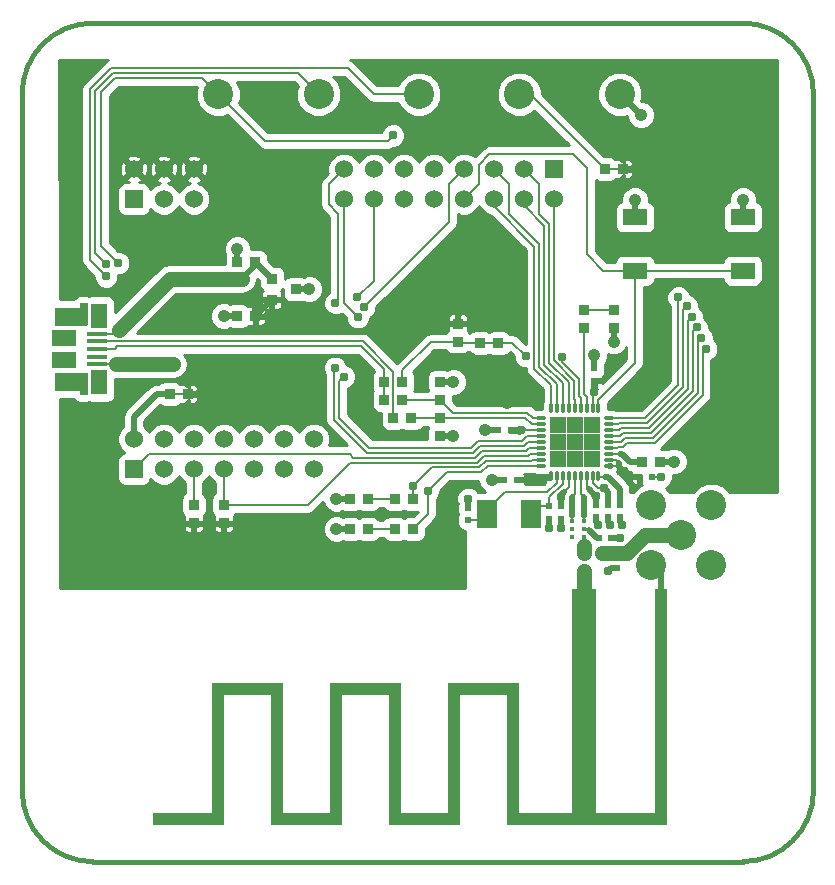
<source format=gtl>
G04 #@! TF.FileFunction,Copper,L1,Top,Signal*
%FSLAX46Y46*%
G04 Gerber Fmt 4.6, Leading zero omitted, Abs format (unit mm)*
G04 Created by KiCad (PCBNEW 4.0.2+e4-6225~38~ubuntu15.10.1-stable) date Mon 19 Jun 2017 22:11:17 SAST*
%MOMM*%
G01*
G04 APERTURE LIST*
%ADD10C,0.150000*%
%ADD11C,0.381000*%
%ADD12R,1.699260X2.400300*%
%ADD13R,1.750060X0.398780*%
%ADD14R,2.067560X1.424940*%
%ADD15R,1.450340X2.141220*%
%ADD16R,0.635000X1.826260*%
%ADD17R,2.834640X1.600200*%
%ADD18C,1.600200*%
%ADD19C,1.450340*%
%ADD20C,2.540000*%
%ADD21R,2.100580X1.399540*%
%ADD22R,0.914400X0.914400*%
%ADD23R,1.524000X1.524000*%
%ADD24C,1.524000*%
%ADD25R,0.330200X0.408940*%
%ADD26R,1.998980X19.999960*%
%ADD27R,1.000760X19.999960*%
%ADD28R,12.999720X1.000760*%
%ADD29R,1.000760X11.998960*%
%ADD30R,5.999480X1.000760*%
%ADD31R,0.863600X0.863600*%
%ADD32R,0.711200X0.254000*%
%ADD33R,0.558800X0.508000*%
%ADD34R,0.508000X0.558800*%
%ADD35O,0.279400X1.000760*%
%ADD36O,1.000760X0.279400*%
%ADD37R,1.470660X1.470660*%
%ADD38C,1.399540*%
%ADD39C,0.787400*%
%ADD40C,1.066800*%
%ADD41C,0.203200*%
%ADD42C,1.270000*%
%ADD43C,0.508000*%
%ADD44C,0.254000*%
G04 APERTURE END LIST*
D10*
D11*
X115000000Y-139000000D02*
G75*
G03X121000000Y-145000000I6000000J0D01*
G01*
X176000000Y-145000000D02*
G75*
G03X182000000Y-139000000I0J6000000D01*
G01*
X121000000Y-74000000D02*
G75*
G03X115000000Y-80000000I0J-6000000D01*
G01*
X182000000Y-80000000D02*
G75*
G03X176000000Y-74000000I-6000000J0D01*
G01*
X115000000Y-139000000D02*
X115000000Y-80000000D01*
X176000000Y-74000000D02*
X121000000Y-74000000D01*
X182000000Y-139000000D02*
X182000000Y-80000000D01*
X121000000Y-145000000D02*
X176000000Y-145000000D01*
D12*
X154360880Y-115570000D03*
X158059120Y-115570000D03*
D13*
X121363740Y-100299520D03*
X121363740Y-100949760D03*
X121363740Y-101600000D03*
X121363740Y-102250240D03*
X121363740Y-102900480D03*
D14*
X118506240Y-100637340D03*
X118506240Y-102562660D03*
D15*
X121513600Y-98770440D03*
X121513600Y-104429560D03*
D16*
X120210580Y-98612960D03*
X120210580Y-104587040D03*
D17*
X119110760Y-98849180D03*
X119110760Y-104350820D03*
D18*
X118539260Y-98849180D03*
X118539260Y-104350820D03*
D19*
X121511060Y-99113340D03*
X121511060Y-104086660D03*
D20*
X140091160Y-80010000D03*
X165590220Y-80010000D03*
X157088840Y-80010000D03*
X148590000Y-80010000D03*
X131589780Y-80010000D03*
D21*
X175999140Y-94960440D03*
X166900860Y-94960440D03*
X175999140Y-90459560D03*
X166900860Y-90459560D03*
D22*
X136144000Y-97409000D03*
X136144000Y-95631000D03*
X138176000Y-96520000D03*
D20*
X170815000Y-117348000D03*
X168275000Y-114808000D03*
X168275000Y-119888000D03*
X173355000Y-119888000D03*
X173355000Y-114808000D03*
D23*
X160020000Y-86360000D03*
D24*
X160020000Y-88900000D03*
X157480000Y-86360000D03*
X157480000Y-88900000D03*
X154940000Y-86360000D03*
X154940000Y-88900000D03*
X152400000Y-86360000D03*
X152400000Y-88900000D03*
X149860000Y-86360000D03*
X149860000Y-88900000D03*
X147320000Y-86360000D03*
X147320000Y-88900000D03*
X144780000Y-86360000D03*
X144780000Y-88900000D03*
X142240000Y-86360000D03*
X142240000Y-88900000D03*
D23*
X124460000Y-111760000D03*
D24*
X124460000Y-109220000D03*
X127000000Y-111760000D03*
X127000000Y-109220000D03*
X129540000Y-111760000D03*
X129540000Y-109220000D03*
X132080000Y-111760000D03*
X132080000Y-109220000D03*
X134620000Y-111760000D03*
X134620000Y-109220000D03*
X137160000Y-111760000D03*
X137160000Y-109220000D03*
X139700000Y-111760000D03*
X139700000Y-109220000D03*
D23*
X124460000Y-88900000D03*
D24*
X124460000Y-86360000D03*
X127000000Y-88900000D03*
X127000000Y-86360000D03*
X129540000Y-88900000D03*
X129540000Y-86360000D03*
D25*
X162547300Y-117500400D03*
X162547300Y-116840000D03*
X162547300Y-116179600D03*
X161556700Y-116179600D03*
X161556700Y-116840000D03*
X161556700Y-117500400D03*
D26*
X162560000Y-131919980D03*
D27*
X169059860Y-131919980D03*
D28*
X162560000Y-141419580D03*
D29*
X156560520Y-135920480D03*
D30*
X154061160Y-130418840D03*
X149059900Y-141419580D03*
X144061180Y-130418840D03*
X139059920Y-141419580D03*
X134061200Y-130418840D03*
X129059940Y-141419580D03*
D29*
X151559260Y-135920480D03*
X146560540Y-135920480D03*
X141559280Y-135920480D03*
X136560560Y-135920480D03*
X131559300Y-135920480D03*
D31*
X165100000Y-99822000D03*
X165100000Y-98298000D03*
X142748000Y-114300000D03*
X144272000Y-114300000D03*
X142748000Y-116840000D03*
X144272000Y-116840000D03*
X164338000Y-86360000D03*
X165862000Y-86360000D03*
D32*
X165100000Y-86360000D03*
D31*
X155321000Y-101092000D03*
X153797000Y-101092000D03*
D32*
X154559000Y-101092000D03*
D31*
X129032000Y-105410000D03*
X127508000Y-105410000D03*
D32*
X128270000Y-105410000D03*
D31*
X148082000Y-116840000D03*
X146558000Y-116840000D03*
X148082000Y-114300000D03*
X146558000Y-114300000D03*
X132080000Y-114808000D03*
X132080000Y-116332000D03*
X147955000Y-107442000D03*
X146431000Y-107442000D03*
X147193000Y-105918000D03*
X145669000Y-105918000D03*
X147193000Y-104394000D03*
X145669000Y-104394000D03*
X162560000Y-99822000D03*
X162560000Y-98298000D03*
X133223000Y-94234000D03*
X134747000Y-94234000D03*
X133223000Y-98806000D03*
X134747000Y-98806000D03*
X162560000Y-120396000D03*
X162560000Y-118872000D03*
X167513000Y-111125000D03*
X169037000Y-111125000D03*
X129540000Y-116332000D03*
X129540000Y-114808000D03*
D33*
X165354000Y-119100600D03*
X165354000Y-120167400D03*
D34*
X168300400Y-112395000D03*
X167233600Y-112395000D03*
D33*
X164592000Y-114782600D03*
X164592000Y-115849400D03*
X163449000Y-104292400D03*
X163449000Y-103225600D03*
X163576000Y-114782600D03*
X163576000Y-115849400D03*
D34*
X164871400Y-117602000D03*
X163804600Y-117602000D03*
X156870400Y-112649000D03*
X155803600Y-112649000D03*
D33*
X160655000Y-114909600D03*
X160655000Y-115976400D03*
X152781000Y-115036600D03*
X152781000Y-116103400D03*
X159639000Y-115976400D03*
X159639000Y-114909600D03*
D34*
X156362400Y-108458000D03*
X155295600Y-108458000D03*
D31*
X162560000Y-118872000D03*
X164084000Y-118872000D03*
D33*
X165608000Y-115849400D03*
X165608000Y-114782600D03*
D31*
X150368000Y-105918000D03*
X150368000Y-104394000D03*
X150368000Y-107442000D03*
X150368000Y-108966000D03*
X151892000Y-99441000D03*
X151892000Y-100965000D03*
D35*
X163796980Y-106573320D03*
X163299140Y-106573320D03*
X162798760Y-106573320D03*
X162298380Y-106573320D03*
X161798000Y-106573320D03*
X161297620Y-106573320D03*
X160797240Y-106573320D03*
X160296860Y-106573320D03*
X159799020Y-106573320D03*
D36*
X158897320Y-107475020D03*
X158897320Y-107972860D03*
X158897320Y-108473240D03*
X158897320Y-108973620D03*
X158897320Y-109474000D03*
X158897320Y-109974380D03*
X158897320Y-110474760D03*
X158897320Y-110975140D03*
X158897320Y-111472980D03*
D35*
X159799020Y-112374680D03*
X160296860Y-112374680D03*
X160797240Y-112374680D03*
X161297620Y-112374680D03*
X161798000Y-112374680D03*
X162298380Y-112374680D03*
X162798760Y-112374680D03*
X163299140Y-112374680D03*
X163796980Y-112374680D03*
D36*
X164698680Y-111472980D03*
X164698680Y-110975140D03*
X164698680Y-110474760D03*
X164698680Y-109974380D03*
X164698680Y-109474000D03*
X164698680Y-108973620D03*
X164698680Y-108473240D03*
X164698680Y-107972860D03*
X164698680Y-107475020D03*
D37*
X161798000Y-109474000D03*
X161798000Y-110934500D03*
X161798000Y-108013500D03*
X163258500Y-109474000D03*
X160337500Y-109474000D03*
X163258500Y-110934500D03*
X163258500Y-108013500D03*
X160337500Y-108013500D03*
X160337500Y-110934500D03*
D38*
X163258500Y-110934500D03*
X163258500Y-109474000D03*
X163258500Y-108013500D03*
X161798000Y-108013500D03*
X161798000Y-109474000D03*
X161798000Y-110934500D03*
X160337500Y-108013500D03*
X160337500Y-109474000D03*
X160337500Y-110934500D03*
D39*
X122123200Y-95453200D03*
X122123200Y-94437200D03*
X143967200Y-98044000D03*
X142240000Y-103936800D03*
X170561000Y-97231200D03*
X171297600Y-97942400D03*
X171704000Y-98856800D03*
X172110400Y-99771200D03*
X172516800Y-100685600D03*
X141478000Y-103174800D03*
X143357600Y-97231200D03*
X148082000Y-113207800D03*
X141528800Y-97713800D03*
X143408400Y-98907600D03*
X149377400Y-113588800D03*
X172923200Y-101600000D03*
X123139200Y-94335600D03*
X146405600Y-83515200D03*
X157276800Y-108458000D03*
X158191200Y-112649000D03*
D40*
X171450000Y-109220000D03*
X130175000Y-105410000D03*
D39*
X163576000Y-114046000D03*
D40*
X134874000Y-102870000D03*
X152908000Y-102362000D03*
D39*
X165938200Y-111963200D03*
X160655000Y-114147600D03*
D40*
X167005000Y-86360000D03*
X156083000Y-106172000D03*
X151714200Y-113258600D03*
D39*
X164236400Y-113334800D03*
D40*
X151892000Y-97917000D03*
X166370000Y-105664000D03*
X134747000Y-97409000D03*
D39*
X163423600Y-105232200D03*
X160655000Y-116738400D03*
D40*
X122986800Y-102895400D03*
X133223000Y-93091000D03*
X170180000Y-111125000D03*
X132080000Y-98806000D03*
X151511000Y-108966000D03*
X141605000Y-114274600D03*
X166903400Y-89001600D03*
X141605000Y-116840000D03*
X176022000Y-89001600D03*
D39*
X164592000Y-120421400D03*
D40*
X154787600Y-112649000D03*
X167386000Y-81788000D03*
X154152600Y-108483400D03*
X139319000Y-96520000D03*
X127762000Y-102870000D03*
D39*
X159639000Y-116738400D03*
X165633400Y-117602000D03*
D40*
X151511000Y-104394000D03*
D39*
X152781000Y-114274600D03*
D40*
X165100000Y-100965000D03*
D39*
X169062400Y-112395000D03*
D40*
X163449000Y-102082600D03*
D39*
X164795200Y-116484400D03*
X163779200Y-116484400D03*
X165811200Y-116484400D03*
X160731200Y-102260400D03*
X157632400Y-102209600D03*
D41*
X120746520Y-94076520D02*
X122123200Y-95453200D01*
X157861000Y-110650020D02*
X154094180Y-110650020D01*
X144754600Y-80010000D02*
X148590000Y-80010000D01*
X139192000Y-114808000D02*
X142793720Y-111206280D01*
X142565120Y-77820520D02*
X122509280Y-77820520D01*
X120746520Y-79583280D02*
X120746520Y-94076520D01*
X122509280Y-77820520D02*
X120746520Y-79583280D01*
X158897320Y-110474760D02*
X158036260Y-110474760D01*
X154094180Y-110650020D02*
X153537920Y-111206280D01*
X139192000Y-114808000D02*
X132080000Y-114808000D01*
X144754600Y-80010000D02*
X142565120Y-77820520D01*
X142793720Y-111206280D02*
X153537920Y-111206280D01*
X132080000Y-111760000D02*
X132080000Y-114808000D01*
X158036260Y-110474760D02*
X157861000Y-110650020D01*
X121158000Y-79756000D02*
X121158000Y-93472000D01*
X153365200Y-110794800D02*
X153921460Y-110238540D01*
X121158000Y-93472000D02*
X122123200Y-94437200D01*
X121158000Y-79756000D02*
X122682000Y-78232000D01*
X122682000Y-78232000D02*
X138313160Y-78232000D01*
X157683200Y-110238540D02*
X153921460Y-110238540D01*
X125730000Y-110490000D02*
X142748000Y-110490000D01*
X138313160Y-78232000D02*
X140091160Y-80010000D01*
X157947360Y-109974380D02*
X158897320Y-109974380D01*
X143052800Y-110794800D02*
X153365200Y-110794800D01*
X142748000Y-110490000D02*
X143052800Y-110794800D01*
X157947360Y-109974380D02*
X157683200Y-110238540D01*
X124460000Y-111760000D02*
X125730000Y-110490000D01*
X161737040Y-105831640D02*
X161737040Y-104282240D01*
X160020000Y-102565200D02*
X160020000Y-88900000D01*
X161798000Y-105892600D02*
X161737040Y-105831640D01*
X161737040Y-104282240D02*
X160020000Y-102565200D01*
X161798000Y-106573320D02*
X161798000Y-105892600D01*
X158775400Y-87655400D02*
X157480000Y-86360000D01*
X161297620Y-106573320D02*
X161297620Y-104427020D01*
X158775400Y-90144600D02*
X158775400Y-87655400D01*
X159608520Y-90977720D02*
X158775400Y-90144600D01*
X161297620Y-104427020D02*
X159608520Y-102737920D01*
X159608520Y-102737920D02*
X159608520Y-90977720D01*
X159197040Y-102910640D02*
X159197040Y-91150440D01*
X160797240Y-106573320D02*
X160797240Y-104510840D01*
X160797240Y-104510840D02*
X159197040Y-102910640D01*
X159197040Y-91150440D02*
X157480000Y-89433400D01*
X157480000Y-89433400D02*
X157480000Y-88900000D01*
X158785560Y-92745560D02*
X156210000Y-90170000D01*
X158785560Y-103083360D02*
X158785560Y-92745560D01*
X160296860Y-104594660D02*
X158785560Y-103083360D01*
X156210000Y-90170000D02*
X156210000Y-87630000D01*
X156210000Y-87630000D02*
X154940000Y-86360000D01*
X160296860Y-106573320D02*
X160296860Y-104594660D01*
X159799020Y-104681020D02*
X158374080Y-103256080D01*
X158374080Y-92918280D02*
X154940000Y-89484200D01*
X154940000Y-89484200D02*
X154940000Y-88900000D01*
X159799020Y-106573320D02*
X159799020Y-104681020D01*
X158374080Y-103256080D02*
X158374080Y-92918280D01*
X151130000Y-90881200D02*
X151130000Y-87630000D01*
X143967200Y-98044000D02*
X151130000Y-90881200D01*
X141836140Y-104340660D02*
X142240000Y-103936800D01*
X144368520Y-109971840D02*
X141836140Y-107439460D01*
X153570940Y-109415580D02*
X153014680Y-109971840D01*
X153014680Y-109971840D02*
X144368520Y-109971840D01*
X141836140Y-107439460D02*
X141836140Y-104340660D01*
X141836140Y-107439460D02*
X141813280Y-107416600D01*
X151130000Y-87630000D02*
X152400000Y-86360000D01*
X158897320Y-108973620D02*
X157777180Y-108973620D01*
X157777180Y-108973620D02*
X157335220Y-109415580D01*
X157335220Y-109415580D02*
X153570940Y-109415580D01*
X166900860Y-94960440D02*
X175999140Y-94960440D01*
X162814000Y-93573600D02*
X162814000Y-86233000D01*
X166900860Y-102770940D02*
X166900860Y-94960440D01*
X153670000Y-85979000D02*
X153670000Y-87630000D01*
X166900860Y-94960440D02*
X164200840Y-94960440D01*
X164200840Y-94960440D02*
X162814000Y-93573600D01*
X162814000Y-86233000D02*
X161671000Y-85090000D01*
X163796980Y-105874820D02*
X166900860Y-102770940D01*
X161671000Y-85090000D02*
X154559000Y-85090000D01*
X153670000Y-87630000D02*
X152400000Y-88900000D01*
X154559000Y-85090000D02*
X153670000Y-85979000D01*
X163796980Y-106573320D02*
X163796980Y-105874820D01*
X164698680Y-107475020D02*
X167733980Y-107475020D01*
X167733980Y-107475020D02*
X170561000Y-104648000D01*
X170561000Y-104648000D02*
X170561000Y-97231200D01*
X167906700Y-107886500D02*
X170972480Y-104820720D01*
X170972480Y-104820720D02*
X170972480Y-98267520D01*
X165557200Y-107886500D02*
X167906700Y-107886500D01*
X164698680Y-107972860D02*
X165470840Y-107972860D01*
X165470840Y-107972860D02*
X165557200Y-107886500D01*
X170972480Y-98267520D02*
X171297600Y-97942400D01*
X164698680Y-108473240D02*
X165541960Y-108473240D01*
X168079420Y-108297980D02*
X171383960Y-104993440D01*
X171383960Y-104993440D02*
X171383960Y-99176840D01*
X165717220Y-108297980D02*
X168079420Y-108297980D01*
X171383960Y-99176840D02*
X171704000Y-98856800D01*
X165541960Y-108473240D02*
X165717220Y-108297980D01*
X165889940Y-108709460D02*
X168252140Y-108709460D01*
X164698680Y-108973620D02*
X165625780Y-108973620D01*
X171795440Y-105166160D02*
X171795440Y-100086160D01*
X165625780Y-108973620D02*
X165889940Y-108709460D01*
X168252140Y-108709460D02*
X171795440Y-105166160D01*
X171795440Y-100086160D02*
X172110400Y-99771200D01*
X172206920Y-105338880D02*
X172206920Y-100995480D01*
X164698680Y-109474000D02*
X165709600Y-109474000D01*
X166062660Y-109120940D02*
X168424860Y-109120940D01*
X172206920Y-100995480D02*
X172516800Y-100685600D01*
X165709600Y-109474000D02*
X166062660Y-109120940D01*
X168424860Y-109120940D02*
X172206920Y-105338880D01*
X141401800Y-107589320D02*
X144195800Y-110383320D01*
X144195800Y-110383320D02*
X153187400Y-110383320D01*
X157858460Y-109474000D02*
X157505400Y-109827060D01*
X158897320Y-109474000D02*
X157858460Y-109474000D01*
X143357600Y-97231200D02*
X144780000Y-95808800D01*
X157505400Y-109827060D02*
X153743660Y-109827060D01*
X141401800Y-107589320D02*
X141401800Y-103251000D01*
X144780000Y-95808800D02*
X144780000Y-88900000D01*
X153187400Y-110383320D02*
X153743660Y-109827060D01*
X141401800Y-103251000D02*
X141478000Y-103174800D01*
X153710640Y-111617760D02*
X154266900Y-111061500D01*
X141752320Y-90139520D02*
X140970000Y-89357200D01*
X158051500Y-111061500D02*
X158137860Y-110975140D01*
X158137860Y-110975140D02*
X158897320Y-110975140D01*
X142240000Y-86360000D02*
X140970000Y-87630000D01*
X140970000Y-89357200D02*
X140970000Y-87630000D01*
X141528800Y-97713800D02*
X141752320Y-97490280D01*
X149672040Y-111617760D02*
X153710640Y-111617760D01*
X148082000Y-113207800D02*
X148082000Y-114300000D01*
X141752320Y-97490280D02*
X141752320Y-90139520D01*
X149672040Y-111617760D02*
X148082000Y-113207800D01*
X154266900Y-111061500D02*
X158051500Y-111061500D01*
X158897320Y-111472980D02*
X154439620Y-111472980D01*
X150406100Y-112560100D02*
X149377400Y-113588800D01*
X142240000Y-97739200D02*
X142240000Y-88900000D01*
X149377400Y-115544600D02*
X148082000Y-116840000D01*
X153883360Y-112029240D02*
X150936960Y-112029240D01*
X150936960Y-112029240D02*
X150406100Y-112560100D01*
X154439620Y-111472980D02*
X153883360Y-112029240D01*
X149377400Y-113588800D02*
X149377400Y-115544600D01*
X143408400Y-98907600D02*
X142240000Y-97739200D01*
X146405600Y-83515200D02*
X145948400Y-83972400D01*
X145948400Y-83972400D02*
X135552180Y-83972400D01*
X131589780Y-80010000D02*
X135552180Y-83972400D01*
X166235380Y-109532420D02*
X168597580Y-109532420D01*
X122854720Y-78643480D02*
X121666000Y-79832200D01*
X121666000Y-92862400D02*
X123139200Y-94335600D01*
X130225800Y-78643480D02*
X122854720Y-78643480D01*
X121666000Y-79832200D02*
X121666000Y-92862400D01*
X172618400Y-105511600D02*
X172618400Y-101904800D01*
X165366700Y-109974380D02*
X165455600Y-109885480D01*
X165455600Y-109885480D02*
X165882320Y-109885480D01*
X165882320Y-109885480D02*
X166235380Y-109532420D01*
X168597580Y-109532420D02*
X172618400Y-105511600D01*
X172618400Y-101904800D02*
X172923200Y-101600000D01*
X129540000Y-111760000D02*
X129540000Y-114808000D01*
X165366700Y-109974380D02*
X164698680Y-109974380D01*
X131589780Y-80007460D02*
X131589780Y-80010000D01*
X131589780Y-80007460D02*
X130225800Y-78643480D01*
D42*
X133629400Y-95631000D02*
X127533400Y-95631000D01*
D41*
X121363740Y-100299520D02*
X122864880Y-100299520D01*
D43*
X123190000Y-99974400D02*
X123164600Y-99974400D01*
D41*
X122864880Y-100299520D02*
X123190000Y-99974400D01*
D42*
X127533400Y-95631000D02*
X123190000Y-99974400D01*
D43*
X134747000Y-94513400D02*
X134747000Y-94234000D01*
X134747000Y-94234000D02*
X136144000Y-95631000D01*
X134747000Y-94513400D02*
X133629400Y-95631000D01*
X163449000Y-104292400D02*
X163449000Y-105206800D01*
X164592000Y-113690400D02*
X164592000Y-114782600D01*
D41*
X162798760Y-112374680D02*
X162798760Y-113319560D01*
D43*
X156083000Y-106172000D02*
X152908000Y-102997000D01*
X163576000Y-114046000D02*
X163576000Y-114782600D01*
X163525200Y-114046000D02*
X162966400Y-113487200D01*
D41*
X163299140Y-105356660D02*
X163299140Y-106573320D01*
D43*
X163576000Y-114046000D02*
X163525200Y-114046000D01*
D41*
X162798760Y-113319560D02*
X162966400Y-113487200D01*
X161297620Y-112374680D02*
X161297620Y-113286540D01*
X165254940Y-110975140D02*
X165531800Y-111252000D01*
X164698680Y-111472980D02*
X165310820Y-111472980D01*
D43*
X163449000Y-105206800D02*
X163423600Y-105232200D01*
D41*
X164698680Y-110975140D02*
X165254940Y-110975140D01*
D43*
X160655000Y-114147600D02*
X160655000Y-114909600D01*
X129032000Y-105410000D02*
X130175000Y-105410000D01*
X134747000Y-98806000D02*
X136144000Y-97409000D01*
X158191200Y-112649000D02*
X156870400Y-112649000D01*
X165531800Y-111556800D02*
X165938200Y-111963200D01*
X160655000Y-113929160D02*
X160901380Y-113682780D01*
D41*
X165310820Y-111472980D02*
X165531800Y-111252000D01*
X159639000Y-112649000D02*
X159799020Y-112488980D01*
X161297620Y-113286540D02*
X160901380Y-113682780D01*
D43*
X160655000Y-114147600D02*
X160655000Y-113929160D01*
X157276800Y-108458000D02*
X156362400Y-108458000D01*
D41*
X159799020Y-112374680D02*
X159799020Y-112488980D01*
X163299140Y-105356660D02*
X163423600Y-105232200D01*
D43*
X165531800Y-111556800D02*
X165531800Y-111252000D01*
X158191200Y-112649000D02*
X159232600Y-112649000D01*
X167233600Y-112395000D02*
X166370000Y-112395000D01*
X164592000Y-113690400D02*
X164236400Y-113334800D01*
D41*
X163728400Y-113334800D02*
X164236400Y-113334800D01*
X163299140Y-112905540D02*
X163728400Y-113334800D01*
X158897320Y-108473240D02*
X157292040Y-108473240D01*
D43*
X134747000Y-98806000D02*
X134747000Y-97409000D01*
D41*
X163299140Y-112374680D02*
X163299140Y-112905540D01*
X157292040Y-108473240D02*
X157276800Y-108458000D01*
X159232600Y-112649000D02*
X159639000Y-112649000D01*
D43*
X166370000Y-112395000D02*
X165938200Y-111963200D01*
X165862000Y-86360000D02*
X167005000Y-86360000D01*
X152908000Y-102997000D02*
X152908000Y-102362000D01*
X163449000Y-103225600D02*
X163449000Y-102082600D01*
X169059860Y-120672860D02*
X168275000Y-119888000D01*
X159639000Y-115976400D02*
X159639000Y-116738400D01*
X150368000Y-104394000D02*
X151511000Y-104394000D01*
X133223000Y-94234000D02*
X133223000Y-93091000D01*
X164846000Y-120167400D02*
X164592000Y-120421400D01*
X155295600Y-108458000D02*
X154178000Y-108458000D01*
D41*
X121363740Y-102900480D02*
X122981720Y-102900480D01*
D43*
X133223000Y-98806000D02*
X132080000Y-98806000D01*
X169037000Y-111125000D02*
X170180000Y-111125000D01*
X166900860Y-89004140D02*
X166903400Y-89001600D01*
D42*
X127736600Y-102895400D02*
X127762000Y-102870000D01*
D43*
X154178000Y-108458000D02*
X154152600Y-108483400D01*
X152781000Y-115036600D02*
X152781000Y-114274600D01*
D41*
X168300400Y-112395000D02*
X169062400Y-112395000D01*
D43*
X165100000Y-99822000D02*
X165100000Y-100965000D01*
X163576000Y-116281200D02*
X163779200Y-116484400D01*
X175999140Y-89024460D02*
X176022000Y-89001600D01*
X165608000Y-80010000D02*
X167386000Y-81788000D01*
X160655000Y-115976400D02*
X160655000Y-116738400D01*
X165590220Y-80010000D02*
X165608000Y-80010000D01*
X164871400Y-117602000D02*
X165633400Y-117602000D01*
D41*
X122981720Y-102900480D02*
X122986800Y-102895400D01*
D43*
X142748000Y-114300000D02*
X141630400Y-114300000D01*
X169059860Y-131919980D02*
X169059860Y-120672860D01*
X175999140Y-90459560D02*
X175999140Y-89024460D01*
X155803600Y-112649000D02*
X154787600Y-112649000D01*
D42*
X122986800Y-102895400D02*
X127736600Y-102895400D01*
D43*
X138176000Y-96520000D02*
X139319000Y-96520000D01*
X142748000Y-116840000D02*
X141605000Y-116840000D01*
X165354000Y-120167400D02*
X164846000Y-120167400D01*
X166900860Y-90459560D02*
X166900860Y-89004140D01*
X164592000Y-115849400D02*
X164592000Y-116281200D01*
X150368000Y-108966000D02*
X151511000Y-108966000D01*
X164592000Y-116281200D02*
X164795200Y-116484400D01*
X165608000Y-115849400D02*
X165608000Y-116281200D01*
X165608000Y-116281200D02*
X165811200Y-116484400D01*
X141630400Y-114300000D02*
X141605000Y-114274600D01*
X163576000Y-115849400D02*
X163576000Y-116281200D01*
D41*
X157988000Y-80010000D02*
X164338000Y-86360000D01*
X157088840Y-80010000D02*
X157988000Y-80010000D01*
X165354000Y-119100600D02*
X164312600Y-119100600D01*
X164312600Y-119100600D02*
X164084000Y-118872000D01*
D42*
X166243000Y-118872000D02*
X167767000Y-117348000D01*
X167767000Y-117348000D02*
X170815000Y-117348000D01*
X164084000Y-118872000D02*
X166243000Y-118872000D01*
D41*
X146558000Y-114300000D02*
X144272000Y-114300000D01*
X144272000Y-116840000D02*
X146558000Y-116840000D01*
X161798000Y-112374680D02*
X161798000Y-113842800D01*
X161798000Y-113842800D02*
X161556700Y-114084100D01*
X161556700Y-116179600D02*
X161556700Y-115760500D01*
D43*
X161556700Y-115760500D02*
X161556700Y-114084100D01*
D41*
X162547300Y-116179600D02*
X162547300Y-115760500D01*
X162298380Y-113860580D02*
X162547300Y-114109500D01*
X162298380Y-112374680D02*
X162298380Y-113860580D01*
D43*
X162547300Y-115760500D02*
X162547300Y-114109500D01*
X163677600Y-117602000D02*
X162966400Y-116890800D01*
D41*
X162547300Y-116840000D02*
X162915600Y-116840000D01*
D43*
X163677600Y-117602000D02*
X163804600Y-117602000D01*
D41*
X162915600Y-116840000D02*
X162966400Y-116890800D01*
D42*
X162560000Y-120396000D02*
X162560000Y-131919980D01*
D41*
X162560000Y-118237000D02*
X162560000Y-117513100D01*
D42*
X162560000Y-118872000D02*
X162560000Y-118237000D01*
D41*
X162560000Y-117513100D02*
X162547300Y-117500400D01*
X165618160Y-110474760D02*
X165633400Y-110490000D01*
D43*
X166446200Y-111125000D02*
X167513000Y-111125000D01*
X166446200Y-111125000D02*
X165811200Y-110490000D01*
X165811200Y-110490000D02*
X165633400Y-110490000D01*
D41*
X164698680Y-110474760D02*
X165618160Y-110474760D01*
X162298380Y-105763060D02*
X162148520Y-105613200D01*
X162148520Y-105613200D02*
X162148520Y-104109520D01*
X162148520Y-104109520D02*
X160731200Y-102692200D01*
X160731200Y-102692200D02*
X160731200Y-102260400D01*
X157632400Y-102209600D02*
X156514800Y-101092000D01*
X156514800Y-101092000D02*
X155321000Y-101092000D01*
X162298380Y-106573320D02*
X162298380Y-105763060D01*
X153797000Y-101092000D02*
X152019000Y-101092000D01*
X152019000Y-101092000D02*
X151892000Y-100965000D01*
X147193000Y-103378000D02*
X149606000Y-100965000D01*
X149606000Y-100965000D02*
X151892000Y-100965000D01*
X147193000Y-104394000D02*
X147193000Y-103378000D01*
X162560000Y-98298000D02*
X165100000Y-98298000D01*
D43*
X126390400Y-105410000D02*
X127508000Y-105410000D01*
X124460000Y-109220000D02*
X124460000Y-107340400D01*
X124460000Y-107340400D02*
X126390400Y-105410000D01*
D41*
X143875760Y-100949760D02*
X146431000Y-103505000D01*
X146431000Y-103505000D02*
X146431000Y-107442000D01*
X121363740Y-100949760D02*
X143875760Y-100949760D01*
X157779720Y-107030520D02*
X151480520Y-107030520D01*
X158224220Y-107475020D02*
X157779720Y-107030520D01*
X151480520Y-107030520D02*
X150368000Y-105918000D01*
X158897320Y-107475020D02*
X158224220Y-107475020D01*
X147193000Y-105918000D02*
X150368000Y-105918000D01*
X145669000Y-103327200D02*
X145669000Y-104394000D01*
X123063000Y-101361240D02*
X143703040Y-101361240D01*
X145669000Y-104394000D02*
X145669000Y-105918000D01*
X121363740Y-101600000D02*
X122824240Y-101600000D01*
X143703040Y-101361240D02*
X145669000Y-103327200D01*
X122824240Y-101600000D02*
X123063000Y-101361240D01*
X160797240Y-112989360D02*
X159639000Y-114147600D01*
X160797240Y-112374680D02*
X160797240Y-112989360D01*
X159639000Y-114909600D02*
X158719520Y-114909600D01*
X158719520Y-114909600D02*
X158059120Y-115570000D01*
X159639000Y-114147600D02*
X159639000Y-114909600D01*
X163868100Y-112445800D02*
X163796980Y-112374680D01*
D43*
X165608000Y-114782600D02*
X165608000Y-113487200D01*
X164566600Y-112445800D02*
X164338000Y-112445800D01*
D41*
X164338000Y-112445800D02*
X163868100Y-112445800D01*
D43*
X165608000Y-113487200D02*
X164566600Y-112445800D01*
D41*
X153827480Y-116103400D02*
X154360880Y-115570000D01*
X155854400Y-113741200D02*
X154360880Y-115234720D01*
X152781000Y-116103400D02*
X153827480Y-116103400D01*
X159461200Y-113741200D02*
X155854400Y-113741200D01*
X160296860Y-112374680D02*
X160296860Y-112905540D01*
X160296860Y-112905540D02*
X159461200Y-113741200D01*
X154360880Y-115234720D02*
X154360880Y-115570000D01*
X162560000Y-105384600D02*
X162798760Y-105623360D01*
X162798760Y-105623360D02*
X162798760Y-106573320D01*
X162560000Y-99822000D02*
X162560000Y-105384600D01*
X158137860Y-107972860D02*
X157607000Y-107442000D01*
X157607000Y-107442000D02*
X150368000Y-107442000D01*
X158897320Y-107972860D02*
X158137860Y-107972860D01*
X147955000Y-107442000D02*
X150368000Y-107442000D01*
D44*
G36*
X144793329Y-103493239D02*
X144785759Y-103498110D01*
X144640769Y-103710310D01*
X144589760Y-103962200D01*
X144589760Y-104825800D01*
X144634038Y-105061117D01*
X144694697Y-105155384D01*
X144640769Y-105234310D01*
X144589760Y-105486200D01*
X144589760Y-106349800D01*
X144634038Y-106585117D01*
X144773110Y-106801241D01*
X144985310Y-106946231D01*
X145237200Y-106997240D01*
X145354384Y-106997240D01*
X145351760Y-107010200D01*
X145351760Y-107873800D01*
X145396038Y-108109117D01*
X145535110Y-108325241D01*
X145747310Y-108470231D01*
X145999200Y-108521240D01*
X146862800Y-108521240D01*
X147098117Y-108476962D01*
X147192384Y-108416303D01*
X147271310Y-108470231D01*
X147523200Y-108521240D01*
X148386800Y-108521240D01*
X148622117Y-108476962D01*
X148838241Y-108337890D01*
X148947079Y-108178600D01*
X149377749Y-108178600D01*
X149393697Y-108203384D01*
X149339769Y-108282310D01*
X149288760Y-108534200D01*
X149288760Y-109235240D01*
X144673630Y-109235240D01*
X142572740Y-107134350D01*
X142572740Y-104912369D01*
X142821950Y-104809398D01*
X143111581Y-104520272D01*
X143268521Y-104142319D01*
X143268878Y-103733077D01*
X143112598Y-103354850D01*
X142823472Y-103065219D01*
X142488264Y-102926028D01*
X142350598Y-102592850D01*
X142061472Y-102303219D01*
X141683519Y-102146279D01*
X141274277Y-102145922D01*
X140896050Y-102302202D01*
X140606419Y-102591328D01*
X140449479Y-102969281D01*
X140449122Y-103378523D01*
X140605402Y-103756750D01*
X140665200Y-103816652D01*
X140665200Y-107589320D01*
X140721270Y-107871205D01*
X140880945Y-108110175D01*
X142524170Y-109753400D01*
X140991163Y-109753400D01*
X141096757Y-109499100D01*
X141097242Y-108943339D01*
X140885010Y-108429697D01*
X140492370Y-108036371D01*
X139979100Y-107823243D01*
X139423339Y-107822758D01*
X138909697Y-108034990D01*
X138516371Y-108427630D01*
X138430051Y-108635512D01*
X138345010Y-108429697D01*
X137952370Y-108036371D01*
X137439100Y-107823243D01*
X136883339Y-107822758D01*
X136369697Y-108034990D01*
X135976371Y-108427630D01*
X135890051Y-108635512D01*
X135805010Y-108429697D01*
X135412370Y-108036371D01*
X134899100Y-107823243D01*
X134343339Y-107822758D01*
X133829697Y-108034990D01*
X133436371Y-108427630D01*
X133350051Y-108635512D01*
X133265010Y-108429697D01*
X132872370Y-108036371D01*
X132359100Y-107823243D01*
X131803339Y-107822758D01*
X131289697Y-108034990D01*
X130896371Y-108427630D01*
X130810051Y-108635512D01*
X130725010Y-108429697D01*
X130332370Y-108036371D01*
X129819100Y-107823243D01*
X129263339Y-107822758D01*
X128749697Y-108034990D01*
X128356371Y-108427630D01*
X128270051Y-108635512D01*
X128185010Y-108429697D01*
X127792370Y-108036371D01*
X127279100Y-107823243D01*
X126723339Y-107822758D01*
X126209697Y-108034990D01*
X125816371Y-108427630D01*
X125730051Y-108635512D01*
X125645010Y-108429697D01*
X125349000Y-108133170D01*
X125349000Y-107708636D01*
X126702580Y-106355056D01*
X126824310Y-106438231D01*
X127076200Y-106489240D01*
X127939800Y-106489240D01*
X128175117Y-106444962D01*
X128391241Y-106305890D01*
X128435584Y-106240991D01*
X128514310Y-106273600D01*
X128797050Y-106273600D01*
X128905000Y-106165650D01*
X128905000Y-106111795D01*
X129077041Y-106001090D01*
X129159000Y-105881139D01*
X129159000Y-106165650D01*
X129266950Y-106273600D01*
X129549690Y-106273600D01*
X129708395Y-106207863D01*
X129829862Y-106086395D01*
X129895600Y-105927691D01*
X129895600Y-105644950D01*
X129787650Y-105537000D01*
X129273040Y-105537000D01*
X129273040Y-105283000D01*
X129787650Y-105283000D01*
X129895600Y-105175050D01*
X129895600Y-104892309D01*
X129829862Y-104733605D01*
X129708395Y-104612137D01*
X129549690Y-104546400D01*
X129266950Y-104546400D01*
X129159000Y-104654350D01*
X129159000Y-104939270D01*
X129089690Y-104831559D01*
X128905000Y-104705366D01*
X128905000Y-104654350D01*
X128797050Y-104546400D01*
X128514310Y-104546400D01*
X128437106Y-104578378D01*
X128403890Y-104526759D01*
X128191690Y-104381769D01*
X127939800Y-104330760D01*
X127076200Y-104330760D01*
X126840883Y-104375038D01*
X126624759Y-104514110D01*
X126620051Y-104521000D01*
X126390400Y-104521000D01*
X126050194Y-104588671D01*
X125870253Y-104708904D01*
X125761782Y-104781382D01*
X123831382Y-106711782D01*
X123638671Y-107000194D01*
X123571000Y-107340400D01*
X123571000Y-108133515D01*
X123276371Y-108427630D01*
X123063243Y-108940900D01*
X123062758Y-109496661D01*
X123274990Y-110010303D01*
X123627833Y-110363763D01*
X123462683Y-110394838D01*
X123246559Y-110533910D01*
X123101569Y-110746110D01*
X123050560Y-110998000D01*
X123050560Y-112522000D01*
X123094838Y-112757317D01*
X123233910Y-112973441D01*
X123446110Y-113118431D01*
X123698000Y-113169440D01*
X125222000Y-113169440D01*
X125457317Y-113125162D01*
X125673441Y-112986090D01*
X125818431Y-112773890D01*
X125855492Y-112590876D01*
X126207630Y-112943629D01*
X126720900Y-113156757D01*
X127276661Y-113157242D01*
X127790303Y-112945010D01*
X128183629Y-112552370D01*
X128269949Y-112344488D01*
X128354990Y-112550303D01*
X128747630Y-112943629D01*
X128803400Y-112966787D01*
X128803400Y-113817749D01*
X128656759Y-113912110D01*
X128511769Y-114124310D01*
X128460760Y-114376200D01*
X128460760Y-115239800D01*
X128505038Y-115475117D01*
X128644110Y-115691241D01*
X128709009Y-115735584D01*
X128676400Y-115814310D01*
X128676400Y-116097050D01*
X128784350Y-116205000D01*
X129413000Y-116205000D01*
X129413000Y-116185000D01*
X129667000Y-116185000D01*
X129667000Y-116205000D01*
X130295650Y-116205000D01*
X130403600Y-116097050D01*
X130403600Y-115814310D01*
X130371622Y-115737106D01*
X130423241Y-115703890D01*
X130568231Y-115491690D01*
X130619240Y-115239800D01*
X130619240Y-114376200D01*
X130574962Y-114140883D01*
X130435890Y-113924759D01*
X130276600Y-113815921D01*
X130276600Y-112967200D01*
X130330303Y-112945010D01*
X130723629Y-112552370D01*
X130809949Y-112344488D01*
X130894990Y-112550303D01*
X131287630Y-112943629D01*
X131343400Y-112966787D01*
X131343400Y-113817749D01*
X131196759Y-113912110D01*
X131051769Y-114124310D01*
X131000760Y-114376200D01*
X131000760Y-115239800D01*
X131045038Y-115475117D01*
X131184110Y-115691241D01*
X131249009Y-115735584D01*
X131216400Y-115814310D01*
X131216400Y-116097050D01*
X131324350Y-116205000D01*
X131953000Y-116205000D01*
X131953000Y-116185000D01*
X132207000Y-116185000D01*
X132207000Y-116205000D01*
X132835650Y-116205000D01*
X132943600Y-116097050D01*
X132943600Y-115814310D01*
X132911622Y-115737106D01*
X132963241Y-115703890D01*
X133072079Y-115544600D01*
X139192000Y-115544600D01*
X139473885Y-115488530D01*
X139712855Y-115328855D01*
X140465438Y-114576272D01*
X140613901Y-114935581D01*
X140942291Y-115264543D01*
X141371571Y-115442796D01*
X141836389Y-115443202D01*
X142098087Y-115335071D01*
X142316200Y-115379240D01*
X143179800Y-115379240D01*
X143415117Y-115334962D01*
X143509384Y-115274303D01*
X143588310Y-115328231D01*
X143840200Y-115379240D01*
X144703800Y-115379240D01*
X144939117Y-115334962D01*
X145155241Y-115195890D01*
X145264079Y-115036600D01*
X145567749Y-115036600D01*
X145662110Y-115183241D01*
X145874310Y-115328231D01*
X146126200Y-115379240D01*
X146989800Y-115379240D01*
X147225117Y-115334962D01*
X147319384Y-115274303D01*
X147398310Y-115328231D01*
X147650200Y-115379240D01*
X148501050Y-115379240D01*
X148119530Y-115760760D01*
X147650200Y-115760760D01*
X147414883Y-115805038D01*
X147320616Y-115865697D01*
X147241690Y-115811769D01*
X146989800Y-115760760D01*
X146126200Y-115760760D01*
X145890883Y-115805038D01*
X145674759Y-115944110D01*
X145565921Y-116103400D01*
X145262251Y-116103400D01*
X145167890Y-115956759D01*
X144955690Y-115811769D01*
X144703800Y-115760760D01*
X143840200Y-115760760D01*
X143604883Y-115805038D01*
X143510616Y-115865697D01*
X143431690Y-115811769D01*
X143179800Y-115760760D01*
X142316200Y-115760760D01*
X142134841Y-115794885D01*
X141838429Y-115671804D01*
X141373611Y-115671398D01*
X140944019Y-115848901D01*
X140615057Y-116177291D01*
X140436804Y-116606571D01*
X140436398Y-117071389D01*
X140613901Y-117500981D01*
X140942291Y-117829943D01*
X141371571Y-118008196D01*
X141836389Y-118008602D01*
X142139341Y-117883425D01*
X142316200Y-117919240D01*
X143179800Y-117919240D01*
X143415117Y-117874962D01*
X143509384Y-117814303D01*
X143588310Y-117868231D01*
X143840200Y-117919240D01*
X144703800Y-117919240D01*
X144939117Y-117874962D01*
X145155241Y-117735890D01*
X145264079Y-117576600D01*
X145567749Y-117576600D01*
X145662110Y-117723241D01*
X145874310Y-117868231D01*
X146126200Y-117919240D01*
X146989800Y-117919240D01*
X147225117Y-117874962D01*
X147319384Y-117814303D01*
X147398310Y-117868231D01*
X147650200Y-117919240D01*
X148513800Y-117919240D01*
X148749117Y-117874962D01*
X148965241Y-117735890D01*
X149110231Y-117523690D01*
X149161240Y-117271800D01*
X149161240Y-116802470D01*
X149898255Y-116065455D01*
X150057930Y-115826485D01*
X150114000Y-115544600D01*
X150114000Y-114307018D01*
X150248981Y-114172272D01*
X150405921Y-113794319D01*
X150406089Y-113601821D01*
X151242070Y-112765840D01*
X153619098Y-112765840D01*
X153618998Y-112880389D01*
X153796501Y-113309981D01*
X154124891Y-113638943D01*
X154187643Y-113665000D01*
X153625996Y-113665000D01*
X153364472Y-113403019D01*
X152986519Y-113246079D01*
X152577277Y-113245722D01*
X152199050Y-113402002D01*
X151909419Y-113691128D01*
X151752479Y-114069081D01*
X151752122Y-114478323D01*
X151861951Y-114744129D01*
X151854160Y-114782600D01*
X151854160Y-115290600D01*
X151898438Y-115525917D01*
X151925428Y-115567860D01*
X151905169Y-115597510D01*
X151854160Y-115849400D01*
X151854160Y-116357400D01*
X151898438Y-116592717D01*
X152037510Y-116808841D01*
X152249710Y-116953831D01*
X152501600Y-117004840D01*
X152527000Y-117004840D01*
X152527000Y-121793000D01*
X118236690Y-121793000D01*
X118223893Y-116566950D01*
X128676400Y-116566950D01*
X128676400Y-116849690D01*
X128742137Y-117008395D01*
X128863605Y-117129862D01*
X129022309Y-117195600D01*
X129305050Y-117195600D01*
X129413000Y-117087650D01*
X129413000Y-116459000D01*
X129667000Y-116459000D01*
X129667000Y-117087650D01*
X129774950Y-117195600D01*
X130057691Y-117195600D01*
X130216395Y-117129862D01*
X130337863Y-117008395D01*
X130403600Y-116849690D01*
X130403600Y-116566950D01*
X131216400Y-116566950D01*
X131216400Y-116849690D01*
X131282137Y-117008395D01*
X131403605Y-117129862D01*
X131562309Y-117195600D01*
X131845050Y-117195600D01*
X131953000Y-117087650D01*
X131953000Y-116459000D01*
X132207000Y-116459000D01*
X132207000Y-117087650D01*
X132314950Y-117195600D01*
X132597691Y-117195600D01*
X132756395Y-117129862D01*
X132877863Y-117008395D01*
X132943600Y-116849690D01*
X132943600Y-116566950D01*
X132835650Y-116459000D01*
X132207000Y-116459000D01*
X131953000Y-116459000D01*
X131324350Y-116459000D01*
X131216400Y-116566950D01*
X130403600Y-116566950D01*
X130295650Y-116459000D01*
X129667000Y-116459000D01*
X129413000Y-116459000D01*
X128784350Y-116459000D01*
X128676400Y-116566950D01*
X118223893Y-116566950D01*
X118197522Y-105798360D01*
X119330376Y-105798360D01*
X119428990Y-105951611D01*
X119641190Y-106096601D01*
X119893080Y-106147610D01*
X120528080Y-106147610D01*
X120663034Y-106122217D01*
X120788430Y-106147610D01*
X122238770Y-106147610D01*
X122474087Y-106103332D01*
X122690211Y-105964260D01*
X122835201Y-105752060D01*
X122886210Y-105500170D01*
X122886210Y-104145391D01*
X122986800Y-104165400D01*
X127736595Y-104165400D01*
X127736600Y-104165401D01*
X128222608Y-104068727D01*
X128634626Y-103793426D01*
X128660026Y-103768026D01*
X128935327Y-103356008D01*
X129032001Y-102870000D01*
X128935327Y-102383992D01*
X128744127Y-102097840D01*
X143397930Y-102097840D01*
X144793329Y-103493239D01*
X144793329Y-103493239D01*
G37*
X144793329Y-103493239D02*
X144785759Y-103498110D01*
X144640769Y-103710310D01*
X144589760Y-103962200D01*
X144589760Y-104825800D01*
X144634038Y-105061117D01*
X144694697Y-105155384D01*
X144640769Y-105234310D01*
X144589760Y-105486200D01*
X144589760Y-106349800D01*
X144634038Y-106585117D01*
X144773110Y-106801241D01*
X144985310Y-106946231D01*
X145237200Y-106997240D01*
X145354384Y-106997240D01*
X145351760Y-107010200D01*
X145351760Y-107873800D01*
X145396038Y-108109117D01*
X145535110Y-108325241D01*
X145747310Y-108470231D01*
X145999200Y-108521240D01*
X146862800Y-108521240D01*
X147098117Y-108476962D01*
X147192384Y-108416303D01*
X147271310Y-108470231D01*
X147523200Y-108521240D01*
X148386800Y-108521240D01*
X148622117Y-108476962D01*
X148838241Y-108337890D01*
X148947079Y-108178600D01*
X149377749Y-108178600D01*
X149393697Y-108203384D01*
X149339769Y-108282310D01*
X149288760Y-108534200D01*
X149288760Y-109235240D01*
X144673630Y-109235240D01*
X142572740Y-107134350D01*
X142572740Y-104912369D01*
X142821950Y-104809398D01*
X143111581Y-104520272D01*
X143268521Y-104142319D01*
X143268878Y-103733077D01*
X143112598Y-103354850D01*
X142823472Y-103065219D01*
X142488264Y-102926028D01*
X142350598Y-102592850D01*
X142061472Y-102303219D01*
X141683519Y-102146279D01*
X141274277Y-102145922D01*
X140896050Y-102302202D01*
X140606419Y-102591328D01*
X140449479Y-102969281D01*
X140449122Y-103378523D01*
X140605402Y-103756750D01*
X140665200Y-103816652D01*
X140665200Y-107589320D01*
X140721270Y-107871205D01*
X140880945Y-108110175D01*
X142524170Y-109753400D01*
X140991163Y-109753400D01*
X141096757Y-109499100D01*
X141097242Y-108943339D01*
X140885010Y-108429697D01*
X140492370Y-108036371D01*
X139979100Y-107823243D01*
X139423339Y-107822758D01*
X138909697Y-108034990D01*
X138516371Y-108427630D01*
X138430051Y-108635512D01*
X138345010Y-108429697D01*
X137952370Y-108036371D01*
X137439100Y-107823243D01*
X136883339Y-107822758D01*
X136369697Y-108034990D01*
X135976371Y-108427630D01*
X135890051Y-108635512D01*
X135805010Y-108429697D01*
X135412370Y-108036371D01*
X134899100Y-107823243D01*
X134343339Y-107822758D01*
X133829697Y-108034990D01*
X133436371Y-108427630D01*
X133350051Y-108635512D01*
X133265010Y-108429697D01*
X132872370Y-108036371D01*
X132359100Y-107823243D01*
X131803339Y-107822758D01*
X131289697Y-108034990D01*
X130896371Y-108427630D01*
X130810051Y-108635512D01*
X130725010Y-108429697D01*
X130332370Y-108036371D01*
X129819100Y-107823243D01*
X129263339Y-107822758D01*
X128749697Y-108034990D01*
X128356371Y-108427630D01*
X128270051Y-108635512D01*
X128185010Y-108429697D01*
X127792370Y-108036371D01*
X127279100Y-107823243D01*
X126723339Y-107822758D01*
X126209697Y-108034990D01*
X125816371Y-108427630D01*
X125730051Y-108635512D01*
X125645010Y-108429697D01*
X125349000Y-108133170D01*
X125349000Y-107708636D01*
X126702580Y-106355056D01*
X126824310Y-106438231D01*
X127076200Y-106489240D01*
X127939800Y-106489240D01*
X128175117Y-106444962D01*
X128391241Y-106305890D01*
X128435584Y-106240991D01*
X128514310Y-106273600D01*
X128797050Y-106273600D01*
X128905000Y-106165650D01*
X128905000Y-106111795D01*
X129077041Y-106001090D01*
X129159000Y-105881139D01*
X129159000Y-106165650D01*
X129266950Y-106273600D01*
X129549690Y-106273600D01*
X129708395Y-106207863D01*
X129829862Y-106086395D01*
X129895600Y-105927691D01*
X129895600Y-105644950D01*
X129787650Y-105537000D01*
X129273040Y-105537000D01*
X129273040Y-105283000D01*
X129787650Y-105283000D01*
X129895600Y-105175050D01*
X129895600Y-104892309D01*
X129829862Y-104733605D01*
X129708395Y-104612137D01*
X129549690Y-104546400D01*
X129266950Y-104546400D01*
X129159000Y-104654350D01*
X129159000Y-104939270D01*
X129089690Y-104831559D01*
X128905000Y-104705366D01*
X128905000Y-104654350D01*
X128797050Y-104546400D01*
X128514310Y-104546400D01*
X128437106Y-104578378D01*
X128403890Y-104526759D01*
X128191690Y-104381769D01*
X127939800Y-104330760D01*
X127076200Y-104330760D01*
X126840883Y-104375038D01*
X126624759Y-104514110D01*
X126620051Y-104521000D01*
X126390400Y-104521000D01*
X126050194Y-104588671D01*
X125870253Y-104708904D01*
X125761782Y-104781382D01*
X123831382Y-106711782D01*
X123638671Y-107000194D01*
X123571000Y-107340400D01*
X123571000Y-108133515D01*
X123276371Y-108427630D01*
X123063243Y-108940900D01*
X123062758Y-109496661D01*
X123274990Y-110010303D01*
X123627833Y-110363763D01*
X123462683Y-110394838D01*
X123246559Y-110533910D01*
X123101569Y-110746110D01*
X123050560Y-110998000D01*
X123050560Y-112522000D01*
X123094838Y-112757317D01*
X123233910Y-112973441D01*
X123446110Y-113118431D01*
X123698000Y-113169440D01*
X125222000Y-113169440D01*
X125457317Y-113125162D01*
X125673441Y-112986090D01*
X125818431Y-112773890D01*
X125855492Y-112590876D01*
X126207630Y-112943629D01*
X126720900Y-113156757D01*
X127276661Y-113157242D01*
X127790303Y-112945010D01*
X128183629Y-112552370D01*
X128269949Y-112344488D01*
X128354990Y-112550303D01*
X128747630Y-112943629D01*
X128803400Y-112966787D01*
X128803400Y-113817749D01*
X128656759Y-113912110D01*
X128511769Y-114124310D01*
X128460760Y-114376200D01*
X128460760Y-115239800D01*
X128505038Y-115475117D01*
X128644110Y-115691241D01*
X128709009Y-115735584D01*
X128676400Y-115814310D01*
X128676400Y-116097050D01*
X128784350Y-116205000D01*
X129413000Y-116205000D01*
X129413000Y-116185000D01*
X129667000Y-116185000D01*
X129667000Y-116205000D01*
X130295650Y-116205000D01*
X130403600Y-116097050D01*
X130403600Y-115814310D01*
X130371622Y-115737106D01*
X130423241Y-115703890D01*
X130568231Y-115491690D01*
X130619240Y-115239800D01*
X130619240Y-114376200D01*
X130574962Y-114140883D01*
X130435890Y-113924759D01*
X130276600Y-113815921D01*
X130276600Y-112967200D01*
X130330303Y-112945010D01*
X130723629Y-112552370D01*
X130809949Y-112344488D01*
X130894990Y-112550303D01*
X131287630Y-112943629D01*
X131343400Y-112966787D01*
X131343400Y-113817749D01*
X131196759Y-113912110D01*
X131051769Y-114124310D01*
X131000760Y-114376200D01*
X131000760Y-115239800D01*
X131045038Y-115475117D01*
X131184110Y-115691241D01*
X131249009Y-115735584D01*
X131216400Y-115814310D01*
X131216400Y-116097050D01*
X131324350Y-116205000D01*
X131953000Y-116205000D01*
X131953000Y-116185000D01*
X132207000Y-116185000D01*
X132207000Y-116205000D01*
X132835650Y-116205000D01*
X132943600Y-116097050D01*
X132943600Y-115814310D01*
X132911622Y-115737106D01*
X132963241Y-115703890D01*
X133072079Y-115544600D01*
X139192000Y-115544600D01*
X139473885Y-115488530D01*
X139712855Y-115328855D01*
X140465438Y-114576272D01*
X140613901Y-114935581D01*
X140942291Y-115264543D01*
X141371571Y-115442796D01*
X141836389Y-115443202D01*
X142098087Y-115335071D01*
X142316200Y-115379240D01*
X143179800Y-115379240D01*
X143415117Y-115334962D01*
X143509384Y-115274303D01*
X143588310Y-115328231D01*
X143840200Y-115379240D01*
X144703800Y-115379240D01*
X144939117Y-115334962D01*
X145155241Y-115195890D01*
X145264079Y-115036600D01*
X145567749Y-115036600D01*
X145662110Y-115183241D01*
X145874310Y-115328231D01*
X146126200Y-115379240D01*
X146989800Y-115379240D01*
X147225117Y-115334962D01*
X147319384Y-115274303D01*
X147398310Y-115328231D01*
X147650200Y-115379240D01*
X148501050Y-115379240D01*
X148119530Y-115760760D01*
X147650200Y-115760760D01*
X147414883Y-115805038D01*
X147320616Y-115865697D01*
X147241690Y-115811769D01*
X146989800Y-115760760D01*
X146126200Y-115760760D01*
X145890883Y-115805038D01*
X145674759Y-115944110D01*
X145565921Y-116103400D01*
X145262251Y-116103400D01*
X145167890Y-115956759D01*
X144955690Y-115811769D01*
X144703800Y-115760760D01*
X143840200Y-115760760D01*
X143604883Y-115805038D01*
X143510616Y-115865697D01*
X143431690Y-115811769D01*
X143179800Y-115760760D01*
X142316200Y-115760760D01*
X142134841Y-115794885D01*
X141838429Y-115671804D01*
X141373611Y-115671398D01*
X140944019Y-115848901D01*
X140615057Y-116177291D01*
X140436804Y-116606571D01*
X140436398Y-117071389D01*
X140613901Y-117500981D01*
X140942291Y-117829943D01*
X141371571Y-118008196D01*
X141836389Y-118008602D01*
X142139341Y-117883425D01*
X142316200Y-117919240D01*
X143179800Y-117919240D01*
X143415117Y-117874962D01*
X143509384Y-117814303D01*
X143588310Y-117868231D01*
X143840200Y-117919240D01*
X144703800Y-117919240D01*
X144939117Y-117874962D01*
X145155241Y-117735890D01*
X145264079Y-117576600D01*
X145567749Y-117576600D01*
X145662110Y-117723241D01*
X145874310Y-117868231D01*
X146126200Y-117919240D01*
X146989800Y-117919240D01*
X147225117Y-117874962D01*
X147319384Y-117814303D01*
X147398310Y-117868231D01*
X147650200Y-117919240D01*
X148513800Y-117919240D01*
X148749117Y-117874962D01*
X148965241Y-117735890D01*
X149110231Y-117523690D01*
X149161240Y-117271800D01*
X149161240Y-116802470D01*
X149898255Y-116065455D01*
X150057930Y-115826485D01*
X150114000Y-115544600D01*
X150114000Y-114307018D01*
X150248981Y-114172272D01*
X150405921Y-113794319D01*
X150406089Y-113601821D01*
X151242070Y-112765840D01*
X153619098Y-112765840D01*
X153618998Y-112880389D01*
X153796501Y-113309981D01*
X154124891Y-113638943D01*
X154187643Y-113665000D01*
X153625996Y-113665000D01*
X153364472Y-113403019D01*
X152986519Y-113246079D01*
X152577277Y-113245722D01*
X152199050Y-113402002D01*
X151909419Y-113691128D01*
X151752479Y-114069081D01*
X151752122Y-114478323D01*
X151861951Y-114744129D01*
X151854160Y-114782600D01*
X151854160Y-115290600D01*
X151898438Y-115525917D01*
X151925428Y-115567860D01*
X151905169Y-115597510D01*
X151854160Y-115849400D01*
X151854160Y-116357400D01*
X151898438Y-116592717D01*
X152037510Y-116808841D01*
X152249710Y-116953831D01*
X152501600Y-117004840D01*
X152527000Y-117004840D01*
X152527000Y-121793000D01*
X118236690Y-121793000D01*
X118223893Y-116566950D01*
X128676400Y-116566950D01*
X128676400Y-116849690D01*
X128742137Y-117008395D01*
X128863605Y-117129862D01*
X129022309Y-117195600D01*
X129305050Y-117195600D01*
X129413000Y-117087650D01*
X129413000Y-116459000D01*
X129667000Y-116459000D01*
X129667000Y-117087650D01*
X129774950Y-117195600D01*
X130057691Y-117195600D01*
X130216395Y-117129862D01*
X130337863Y-117008395D01*
X130403600Y-116849690D01*
X130403600Y-116566950D01*
X131216400Y-116566950D01*
X131216400Y-116849690D01*
X131282137Y-117008395D01*
X131403605Y-117129862D01*
X131562309Y-117195600D01*
X131845050Y-117195600D01*
X131953000Y-117087650D01*
X131953000Y-116459000D01*
X132207000Y-116459000D01*
X132207000Y-117087650D01*
X132314950Y-117195600D01*
X132597691Y-117195600D01*
X132756395Y-117129862D01*
X132877863Y-117008395D01*
X132943600Y-116849690D01*
X132943600Y-116566950D01*
X132835650Y-116459000D01*
X132207000Y-116459000D01*
X131953000Y-116459000D01*
X131324350Y-116459000D01*
X131216400Y-116566950D01*
X130403600Y-116566950D01*
X130295650Y-116459000D01*
X129667000Y-116459000D01*
X129413000Y-116459000D01*
X128784350Y-116459000D01*
X128676400Y-116566950D01*
X118223893Y-116566950D01*
X118197522Y-105798360D01*
X119330376Y-105798360D01*
X119428990Y-105951611D01*
X119641190Y-106096601D01*
X119893080Y-106147610D01*
X120528080Y-106147610D01*
X120663034Y-106122217D01*
X120788430Y-106147610D01*
X122238770Y-106147610D01*
X122474087Y-106103332D01*
X122690211Y-105964260D01*
X122835201Y-105752060D01*
X122886210Y-105500170D01*
X122886210Y-104145391D01*
X122986800Y-104165400D01*
X127736595Y-104165400D01*
X127736600Y-104165401D01*
X128222608Y-104068727D01*
X128634626Y-103793426D01*
X128660026Y-103768026D01*
X128935327Y-103356008D01*
X129032001Y-102870000D01*
X128935327Y-102383992D01*
X128744127Y-102097840D01*
X143397930Y-102097840D01*
X144793329Y-103493239D01*
G36*
X165817582Y-111753618D02*
X166105995Y-111946330D01*
X166446200Y-112014000D01*
X166554307Y-112014000D01*
X166547800Y-112029709D01*
X166547800Y-112160050D01*
X166655750Y-112268000D01*
X167106600Y-112268000D01*
X167106600Y-112248000D01*
X167360600Y-112248000D01*
X167360600Y-112268000D01*
X167380600Y-112268000D01*
X167380600Y-112522000D01*
X167360600Y-112522000D01*
X167360600Y-112998250D01*
X167450014Y-113087664D01*
X167197314Y-113192078D01*
X166723565Y-113665000D01*
X166497000Y-113665000D01*
X166497000Y-113487200D01*
X166429329Y-113146994D01*
X166236618Y-112858582D01*
X166007986Y-112629950D01*
X166547800Y-112629950D01*
X166547800Y-112760291D01*
X166613538Y-112918995D01*
X166735005Y-113040463D01*
X166893710Y-113106200D01*
X166998650Y-113106200D01*
X167106600Y-112998250D01*
X167106600Y-112522000D01*
X166655750Y-112522000D01*
X166547800Y-112629950D01*
X166007986Y-112629950D01*
X165350287Y-111972251D01*
X165395396Y-111952376D01*
X165553274Y-111787289D01*
X165608665Y-111630702D01*
X165576835Y-111599982D01*
X165630860Y-111599982D01*
X165630860Y-111566896D01*
X165817582Y-111753618D01*
X165817582Y-111753618D01*
G37*
X165817582Y-111753618D02*
X166105995Y-111946330D01*
X166446200Y-112014000D01*
X166554307Y-112014000D01*
X166547800Y-112029709D01*
X166547800Y-112160050D01*
X166655750Y-112268000D01*
X167106600Y-112268000D01*
X167106600Y-112248000D01*
X167360600Y-112248000D01*
X167360600Y-112268000D01*
X167380600Y-112268000D01*
X167380600Y-112522000D01*
X167360600Y-112522000D01*
X167360600Y-112998250D01*
X167450014Y-113087664D01*
X167197314Y-113192078D01*
X166723565Y-113665000D01*
X166497000Y-113665000D01*
X166497000Y-113487200D01*
X166429329Y-113146994D01*
X166236618Y-112858582D01*
X166007986Y-112629950D01*
X166547800Y-112629950D01*
X166547800Y-112760291D01*
X166613538Y-112918995D01*
X166735005Y-113040463D01*
X166893710Y-113106200D01*
X166998650Y-113106200D01*
X167106600Y-112998250D01*
X167106600Y-112522000D01*
X166655750Y-112522000D01*
X166547800Y-112629950D01*
X166007986Y-112629950D01*
X165350287Y-111972251D01*
X165395396Y-111952376D01*
X165553274Y-111787289D01*
X165608665Y-111630702D01*
X165576835Y-111599982D01*
X165630860Y-111599982D01*
X165630860Y-111566896D01*
X165817582Y-111753618D01*
G36*
X122227395Y-77139990D02*
X121988425Y-77299665D01*
X120225665Y-79062425D01*
X120065990Y-79301395D01*
X120009920Y-79583280D01*
X120009920Y-94076520D01*
X120065990Y-94358405D01*
X120225665Y-94597375D01*
X121094488Y-95466198D01*
X121094322Y-95656923D01*
X121250602Y-96035150D01*
X121539728Y-96324781D01*
X121917681Y-96481721D01*
X122326923Y-96482078D01*
X122705150Y-96325798D01*
X122994781Y-96036672D01*
X123151721Y-95658719D01*
X123151978Y-95364311D01*
X123342923Y-95364478D01*
X123721150Y-95208198D01*
X124010781Y-94919072D01*
X124167721Y-94541119D01*
X124168078Y-94131877D01*
X124011798Y-93753650D01*
X123722672Y-93464019D01*
X123344719Y-93307079D01*
X123152221Y-93306911D01*
X122402600Y-92557290D01*
X122402600Y-88138000D01*
X123050560Y-88138000D01*
X123050560Y-89662000D01*
X123094838Y-89897317D01*
X123233910Y-90113441D01*
X123446110Y-90258431D01*
X123698000Y-90309440D01*
X125222000Y-90309440D01*
X125457317Y-90265162D01*
X125673441Y-90126090D01*
X125818431Y-89913890D01*
X125855492Y-89730876D01*
X126207630Y-90083629D01*
X126720900Y-90296757D01*
X127276661Y-90297242D01*
X127790303Y-90085010D01*
X128183629Y-89692370D01*
X128269949Y-89484488D01*
X128354990Y-89690303D01*
X128747630Y-90083629D01*
X129260900Y-90296757D01*
X129816661Y-90297242D01*
X130330303Y-90085010D01*
X130723629Y-89692370D01*
X130936757Y-89179100D01*
X130937242Y-88623339D01*
X130725010Y-88109697D01*
X130332370Y-87716371D01*
X129876151Y-87526933D01*
X130148795Y-87413999D01*
X130229390Y-87228995D01*
X129540000Y-86539605D01*
X128850610Y-87228995D01*
X128931205Y-87413999D01*
X129231386Y-87515961D01*
X128749697Y-87714990D01*
X128356371Y-88107630D01*
X128270051Y-88315512D01*
X128185010Y-88109697D01*
X127792370Y-87716371D01*
X127336151Y-87526933D01*
X127608795Y-87413999D01*
X127689390Y-87228995D01*
X127000000Y-86539605D01*
X126310610Y-87228995D01*
X126391205Y-87413999D01*
X126691386Y-87515961D01*
X126209697Y-87714990D01*
X125856237Y-88067833D01*
X125825162Y-87902683D01*
X125686090Y-87686559D01*
X125473890Y-87541569D01*
X125222000Y-87490560D01*
X124883962Y-87490560D01*
X125068795Y-87413999D01*
X125149390Y-87228995D01*
X124460000Y-86539605D01*
X123770610Y-87228995D01*
X123851205Y-87413999D01*
X124076605Y-87490560D01*
X123698000Y-87490560D01*
X123462683Y-87534838D01*
X123246559Y-87673910D01*
X123101569Y-87886110D01*
X123050560Y-88138000D01*
X122402600Y-88138000D01*
X122402600Y-86200895D01*
X123253256Y-86200895D01*
X123284226Y-86674807D01*
X123406001Y-86968795D01*
X123591005Y-87049390D01*
X124280395Y-86360000D01*
X124639605Y-86360000D01*
X125328995Y-87049390D01*
X125513999Y-86968795D01*
X125666744Y-86519105D01*
X125645950Y-86200895D01*
X125793256Y-86200895D01*
X125824226Y-86674807D01*
X125946001Y-86968795D01*
X126131005Y-87049390D01*
X126820395Y-86360000D01*
X127179605Y-86360000D01*
X127868995Y-87049390D01*
X128053999Y-86968795D01*
X128206744Y-86519105D01*
X128185950Y-86200895D01*
X128333256Y-86200895D01*
X128364226Y-86674807D01*
X128486001Y-86968795D01*
X128671005Y-87049390D01*
X129360395Y-86360000D01*
X129719605Y-86360000D01*
X130408995Y-87049390D01*
X130593999Y-86968795D01*
X130746744Y-86519105D01*
X130715774Y-86045193D01*
X130593999Y-85751205D01*
X130408995Y-85670610D01*
X129719605Y-86360000D01*
X129360395Y-86360000D01*
X128671005Y-85670610D01*
X128486001Y-85751205D01*
X128333256Y-86200895D01*
X128185950Y-86200895D01*
X128175774Y-86045193D01*
X128053999Y-85751205D01*
X127868995Y-85670610D01*
X127179605Y-86360000D01*
X126820395Y-86360000D01*
X126131005Y-85670610D01*
X125946001Y-85751205D01*
X125793256Y-86200895D01*
X125645950Y-86200895D01*
X125635774Y-86045193D01*
X125513999Y-85751205D01*
X125328995Y-85670610D01*
X124639605Y-86360000D01*
X124280395Y-86360000D01*
X123591005Y-85670610D01*
X123406001Y-85751205D01*
X123253256Y-86200895D01*
X122402600Y-86200895D01*
X122402600Y-85491005D01*
X123770610Y-85491005D01*
X124460000Y-86180395D01*
X125149390Y-85491005D01*
X126310610Y-85491005D01*
X127000000Y-86180395D01*
X127689390Y-85491005D01*
X128850610Y-85491005D01*
X129540000Y-86180395D01*
X130229390Y-85491005D01*
X130148795Y-85306001D01*
X129699105Y-85153256D01*
X129225193Y-85184226D01*
X128931205Y-85306001D01*
X128850610Y-85491005D01*
X127689390Y-85491005D01*
X127608795Y-85306001D01*
X127159105Y-85153256D01*
X126685193Y-85184226D01*
X126391205Y-85306001D01*
X126310610Y-85491005D01*
X125149390Y-85491005D01*
X125068795Y-85306001D01*
X124619105Y-85153256D01*
X124145193Y-85184226D01*
X123851205Y-85306001D01*
X123770610Y-85491005D01*
X122402600Y-85491005D01*
X122402600Y-80137310D01*
X123159830Y-79380080D01*
X129788642Y-79380080D01*
X129685112Y-79629410D01*
X129684450Y-80387265D01*
X129973858Y-81087686D01*
X130509275Y-81624039D01*
X131209190Y-81914668D01*
X131967045Y-81915330D01*
X132311199Y-81773129D01*
X135031325Y-84493255D01*
X135270295Y-84652930D01*
X135552180Y-84709000D01*
X145948400Y-84709000D01*
X146230285Y-84652930D01*
X146393475Y-84543890D01*
X146609323Y-84544078D01*
X146987550Y-84387798D01*
X147277181Y-84098672D01*
X147434121Y-83720719D01*
X147434478Y-83311477D01*
X147278198Y-82933250D01*
X146989072Y-82643619D01*
X146611119Y-82486679D01*
X146201877Y-82486322D01*
X145823650Y-82642602D01*
X145534019Y-82931728D01*
X145407757Y-83235800D01*
X135857290Y-83235800D01*
X133352920Y-80731430D01*
X133494448Y-80390590D01*
X133495110Y-79632735D01*
X133220695Y-78968600D01*
X138008050Y-78968600D01*
X138328020Y-79288570D01*
X138186492Y-79629410D01*
X138185830Y-80387265D01*
X138475238Y-81087686D01*
X139010655Y-81624039D01*
X139710570Y-81914668D01*
X140468425Y-81915330D01*
X141168846Y-81625922D01*
X141705199Y-81090505D01*
X141995828Y-80390590D01*
X141996490Y-79632735D01*
X141707082Y-78932314D01*
X141332543Y-78557120D01*
X142260010Y-78557120D01*
X144233745Y-80530855D01*
X144472715Y-80690530D01*
X144754600Y-80746600D01*
X146833144Y-80746600D01*
X146974078Y-81087686D01*
X147509495Y-81624039D01*
X148209410Y-81914668D01*
X148967265Y-81915330D01*
X149667686Y-81625922D01*
X150204039Y-81090505D01*
X150494668Y-80390590D01*
X150495330Y-79632735D01*
X150205922Y-78932314D01*
X149670505Y-78395961D01*
X148970590Y-78105332D01*
X148212735Y-78104670D01*
X147512314Y-78394078D01*
X146975961Y-78929495D01*
X146833160Y-79273400D01*
X145059710Y-79273400D01*
X143085975Y-77299665D01*
X142847005Y-77139990D01*
X142781699Y-77127000D01*
X178873241Y-77127000D01*
X178942758Y-113665000D01*
X174905722Y-113665000D01*
X174435505Y-113193961D01*
X173735590Y-112903332D01*
X172977735Y-112902670D01*
X172277314Y-113192078D01*
X171803565Y-113665000D01*
X169825722Y-113665000D01*
X169491896Y-113330591D01*
X169644350Y-113267598D01*
X169933981Y-112978472D01*
X170090921Y-112600519D01*
X170091189Y-112293322D01*
X170411389Y-112293602D01*
X170840981Y-112116099D01*
X171169943Y-111787709D01*
X171348196Y-111358429D01*
X171348602Y-110893611D01*
X171171099Y-110464019D01*
X170842709Y-110135057D01*
X170413429Y-109956804D01*
X169948611Y-109956398D01*
X169645659Y-110081575D01*
X169468800Y-110045760D01*
X169125950Y-110045760D01*
X173139255Y-106032455D01*
X173298930Y-105793485D01*
X173355000Y-105511600D01*
X173355000Y-102534639D01*
X173505150Y-102472598D01*
X173794781Y-102183472D01*
X173951721Y-101805519D01*
X173952078Y-101396277D01*
X173795798Y-101018050D01*
X173545429Y-100767244D01*
X173545678Y-100481877D01*
X173389398Y-100103650D01*
X173139029Y-99852844D01*
X173139278Y-99567477D01*
X172982998Y-99189250D01*
X172732629Y-98938444D01*
X172732878Y-98653077D01*
X172576598Y-98274850D01*
X172326229Y-98024044D01*
X172326478Y-97738677D01*
X172170198Y-97360450D01*
X171881072Y-97070819D01*
X171551188Y-96933839D01*
X171433598Y-96649250D01*
X171144472Y-96359619D01*
X170766519Y-96202679D01*
X170357277Y-96202322D01*
X169979050Y-96358602D01*
X169689419Y-96647728D01*
X169532479Y-97025681D01*
X169532122Y-97434923D01*
X169688402Y-97813150D01*
X169824400Y-97949386D01*
X169824400Y-104342890D01*
X167428870Y-106738420D01*
X165273143Y-106738420D01*
X165081603Y-106700320D01*
X164571680Y-106700320D01*
X164571680Y-106190397D01*
X164563622Y-106149888D01*
X167421715Y-103291795D01*
X167581390Y-103052825D01*
X167637460Y-102770940D01*
X167637460Y-96307650D01*
X167951150Y-96307650D01*
X168186467Y-96263372D01*
X168402591Y-96124300D01*
X168547581Y-95912100D01*
X168591132Y-95697040D01*
X174308340Y-95697040D01*
X174345688Y-95895527D01*
X174484760Y-96111651D01*
X174696960Y-96256641D01*
X174948850Y-96307650D01*
X177049430Y-96307650D01*
X177284747Y-96263372D01*
X177500871Y-96124300D01*
X177645861Y-95912100D01*
X177696870Y-95660210D01*
X177696870Y-94260670D01*
X177652592Y-94025353D01*
X177513520Y-93809229D01*
X177301320Y-93664239D01*
X177049430Y-93613230D01*
X174948850Y-93613230D01*
X174713533Y-93657508D01*
X174497409Y-93796580D01*
X174352419Y-94008780D01*
X174308868Y-94223840D01*
X168591660Y-94223840D01*
X168554312Y-94025353D01*
X168415240Y-93809229D01*
X168203040Y-93664239D01*
X167951150Y-93613230D01*
X165850570Y-93613230D01*
X165615253Y-93657508D01*
X165399129Y-93796580D01*
X165254139Y-94008780D01*
X165210588Y-94223840D01*
X164505950Y-94223840D01*
X163550600Y-93268490D01*
X163550600Y-89759790D01*
X165203130Y-89759790D01*
X165203130Y-91159330D01*
X165247408Y-91394647D01*
X165386480Y-91610771D01*
X165598680Y-91755761D01*
X165850570Y-91806770D01*
X167951150Y-91806770D01*
X168186467Y-91762492D01*
X168402591Y-91623420D01*
X168547581Y-91411220D01*
X168598590Y-91159330D01*
X168598590Y-89759790D01*
X174301410Y-89759790D01*
X174301410Y-91159330D01*
X174345688Y-91394647D01*
X174484760Y-91610771D01*
X174696960Y-91755761D01*
X174948850Y-91806770D01*
X177049430Y-91806770D01*
X177284747Y-91762492D01*
X177500871Y-91623420D01*
X177645861Y-91411220D01*
X177696870Y-91159330D01*
X177696870Y-89759790D01*
X177652592Y-89524473D01*
X177513520Y-89308349D01*
X177301320Y-89163359D01*
X177190278Y-89140872D01*
X177190602Y-88770211D01*
X177013099Y-88340619D01*
X176684709Y-88011657D01*
X176255429Y-87833404D01*
X175790611Y-87832998D01*
X175361019Y-88010501D01*
X175032057Y-88338891D01*
X174853804Y-88768171D01*
X174853488Y-89130294D01*
X174713533Y-89156628D01*
X174497409Y-89295700D01*
X174352419Y-89507900D01*
X174301410Y-89759790D01*
X168598590Y-89759790D01*
X168554312Y-89524473D01*
X168415240Y-89308349D01*
X168203040Y-89163359D01*
X168071682Y-89136758D01*
X168072002Y-88770211D01*
X167894499Y-88340619D01*
X167566109Y-88011657D01*
X167136829Y-87833404D01*
X166672011Y-87832998D01*
X166242419Y-88010501D01*
X165913457Y-88338891D01*
X165735204Y-88768171D01*
X165734884Y-89134118D01*
X165615253Y-89156628D01*
X165399129Y-89295700D01*
X165254139Y-89507900D01*
X165203130Y-89759790D01*
X163550600Y-89759790D01*
X163550600Y-87317369D01*
X163654310Y-87388231D01*
X163906200Y-87439240D01*
X164769800Y-87439240D01*
X165005117Y-87394962D01*
X165221241Y-87255890D01*
X165265584Y-87190991D01*
X165344310Y-87223600D01*
X165627050Y-87223600D01*
X165735000Y-87115650D01*
X165735000Y-87061795D01*
X165907041Y-86951090D01*
X165989000Y-86831139D01*
X165989000Y-87115650D01*
X166096950Y-87223600D01*
X166379690Y-87223600D01*
X166538395Y-87157863D01*
X166659862Y-87036395D01*
X166725600Y-86877691D01*
X166725600Y-86594950D01*
X166617650Y-86487000D01*
X166103040Y-86487000D01*
X166103040Y-86233000D01*
X166617650Y-86233000D01*
X166725600Y-86125050D01*
X166725600Y-85842309D01*
X166659862Y-85683605D01*
X166538395Y-85562137D01*
X166379690Y-85496400D01*
X166096950Y-85496400D01*
X165989000Y-85604350D01*
X165989000Y-85889270D01*
X165919690Y-85781559D01*
X165735000Y-85655366D01*
X165735000Y-85604350D01*
X165627050Y-85496400D01*
X165344310Y-85496400D01*
X165267106Y-85528378D01*
X165233890Y-85476759D01*
X165021690Y-85331769D01*
X164769800Y-85280760D01*
X164300470Y-85280760D01*
X159406975Y-80387265D01*
X163684890Y-80387265D01*
X163974298Y-81087686D01*
X164509715Y-81624039D01*
X165209630Y-81914668D01*
X165967485Y-81915330D01*
X166171710Y-81830946D01*
X166217523Y-81876759D01*
X166217398Y-82019389D01*
X166394901Y-82448981D01*
X166723291Y-82777943D01*
X167152571Y-82956196D01*
X167617389Y-82956602D01*
X168046981Y-82779099D01*
X168375943Y-82450709D01*
X168554196Y-82021429D01*
X168554602Y-81556611D01*
X168377099Y-81127019D01*
X168048709Y-80798057D01*
X167619429Y-80619804D01*
X167474914Y-80619678D01*
X167421812Y-80566576D01*
X167494888Y-80390590D01*
X167495550Y-79632735D01*
X167206142Y-78932314D01*
X166670725Y-78395961D01*
X165970810Y-78105332D01*
X165212955Y-78104670D01*
X164512534Y-78394078D01*
X163976181Y-78929495D01*
X163685552Y-79629410D01*
X163684890Y-80387265D01*
X159406975Y-80387265D01*
X158993872Y-79974162D01*
X158994170Y-79632735D01*
X158704762Y-78932314D01*
X158169345Y-78395961D01*
X157469430Y-78105332D01*
X156711575Y-78104670D01*
X156011154Y-78394078D01*
X155474801Y-78929495D01*
X155184172Y-79629410D01*
X155183510Y-80387265D01*
X155472918Y-81087686D01*
X156008335Y-81624039D01*
X156708250Y-81914668D01*
X157466105Y-81915330D01*
X158166526Y-81625922D01*
X158364542Y-81428252D01*
X161289690Y-84353400D01*
X154559000Y-84353400D01*
X154277115Y-84409470D01*
X154076195Y-84543721D01*
X154038145Y-84569145D01*
X153311540Y-85295750D01*
X153192370Y-85176371D01*
X152679100Y-84963243D01*
X152123339Y-84962758D01*
X151609697Y-85174990D01*
X151216371Y-85567630D01*
X151130051Y-85775512D01*
X151045010Y-85569697D01*
X150652370Y-85176371D01*
X150139100Y-84963243D01*
X149583339Y-84962758D01*
X149069697Y-85174990D01*
X148676371Y-85567630D01*
X148590051Y-85775512D01*
X148505010Y-85569697D01*
X148112370Y-85176371D01*
X147599100Y-84963243D01*
X147043339Y-84962758D01*
X146529697Y-85174990D01*
X146136371Y-85567630D01*
X146050051Y-85775512D01*
X145965010Y-85569697D01*
X145572370Y-85176371D01*
X145059100Y-84963243D01*
X144503339Y-84962758D01*
X143989697Y-85174990D01*
X143596371Y-85567630D01*
X143510051Y-85775512D01*
X143425010Y-85569697D01*
X143032370Y-85176371D01*
X142519100Y-84963243D01*
X141963339Y-84962758D01*
X141449697Y-85174990D01*
X141056371Y-85567630D01*
X140843243Y-86080900D01*
X140842758Y-86636661D01*
X140865818Y-86692472D01*
X140449145Y-87109145D01*
X140289470Y-87348115D01*
X140233400Y-87630000D01*
X140233400Y-89357200D01*
X140289470Y-89639085D01*
X140449145Y-89878055D01*
X141015720Y-90444630D01*
X141015720Y-96812746D01*
X140946850Y-96841202D01*
X140657219Y-97130328D01*
X140500279Y-97508281D01*
X140499922Y-97917523D01*
X140656202Y-98295750D01*
X140945328Y-98585381D01*
X141323281Y-98742321D01*
X141732523Y-98742678D01*
X142064569Y-98605479D01*
X142379688Y-98920598D01*
X142379522Y-99111323D01*
X142535802Y-99489550D01*
X142824928Y-99779181D01*
X143202881Y-99936121D01*
X143612123Y-99936478D01*
X143990350Y-99780198D01*
X144279981Y-99491072D01*
X144436921Y-99113119D01*
X144437052Y-98962916D01*
X144532905Y-98923310D01*
X151028400Y-98923310D01*
X151028400Y-99206050D01*
X151136350Y-99314000D01*
X151765000Y-99314000D01*
X151765000Y-98685350D01*
X152019000Y-98685350D01*
X152019000Y-99314000D01*
X152647650Y-99314000D01*
X152755600Y-99206050D01*
X152755600Y-98923310D01*
X152689863Y-98764605D01*
X152568395Y-98643138D01*
X152409691Y-98577400D01*
X152126950Y-98577400D01*
X152019000Y-98685350D01*
X151765000Y-98685350D01*
X151657050Y-98577400D01*
X151374309Y-98577400D01*
X151215605Y-98643138D01*
X151094137Y-98764605D01*
X151028400Y-98923310D01*
X144532905Y-98923310D01*
X144549150Y-98916598D01*
X144838781Y-98627472D01*
X144995721Y-98249519D01*
X144995889Y-98057021D01*
X151650855Y-91402055D01*
X151810530Y-91163085D01*
X151866600Y-90881200D01*
X151866600Y-90191163D01*
X152120900Y-90296757D01*
X152676661Y-90297242D01*
X153190303Y-90085010D01*
X153583629Y-89692370D01*
X153669949Y-89484488D01*
X153754990Y-89690303D01*
X154147630Y-90083629D01*
X154660900Y-90296757D01*
X154710891Y-90296801D01*
X157637480Y-93223390D01*
X157637480Y-101172970D01*
X157035655Y-100571145D01*
X156796685Y-100411470D01*
X156514800Y-100355400D01*
X156311251Y-100355400D01*
X156216890Y-100208759D01*
X156004690Y-100063769D01*
X155752800Y-100012760D01*
X154889200Y-100012760D01*
X154653883Y-100057038D01*
X154559616Y-100117697D01*
X154480690Y-100063769D01*
X154228800Y-100012760D01*
X153365200Y-100012760D01*
X153129883Y-100057038D01*
X152913759Y-100196110D01*
X152886832Y-100235519D01*
X152787890Y-100081759D01*
X152722991Y-100037416D01*
X152755600Y-99958690D01*
X152755600Y-99675950D01*
X152647650Y-99568000D01*
X152019000Y-99568000D01*
X152019000Y-99588000D01*
X151765000Y-99588000D01*
X151765000Y-99568000D01*
X151136350Y-99568000D01*
X151028400Y-99675950D01*
X151028400Y-99958690D01*
X151060378Y-100035894D01*
X151008759Y-100069110D01*
X150899921Y-100228400D01*
X149606000Y-100228400D01*
X149324115Y-100284470D01*
X149085145Y-100444145D01*
X146748500Y-102780790D01*
X144396615Y-100428905D01*
X144157645Y-100269230D01*
X143875760Y-100213160D01*
X124747292Y-100213160D01*
X125923062Y-99037389D01*
X130911398Y-99037389D01*
X131088901Y-99466981D01*
X131417291Y-99795943D01*
X131846571Y-99974196D01*
X132311389Y-99974602D01*
X132614341Y-99849425D01*
X132791200Y-99885240D01*
X133654800Y-99885240D01*
X133890117Y-99840962D01*
X134106241Y-99701890D01*
X134150584Y-99636991D01*
X134229310Y-99669600D01*
X134512050Y-99669600D01*
X134620000Y-99561650D01*
X134620000Y-98933000D01*
X134874000Y-98933000D01*
X134874000Y-99561650D01*
X134981950Y-99669600D01*
X135264690Y-99669600D01*
X135423395Y-99603863D01*
X135544862Y-99482395D01*
X135610600Y-99323691D01*
X135610600Y-99040950D01*
X135502650Y-98933000D01*
X134874000Y-98933000D01*
X134620000Y-98933000D01*
X134600000Y-98933000D01*
X134600000Y-98679000D01*
X134620000Y-98679000D01*
X134620000Y-98050350D01*
X134874000Y-98050350D01*
X134874000Y-98679000D01*
X135502650Y-98679000D01*
X135610600Y-98571050D01*
X135610600Y-98298000D01*
X135909050Y-98298000D01*
X136017000Y-98190050D01*
X136017000Y-97536000D01*
X136271000Y-97536000D01*
X136271000Y-98190050D01*
X136378950Y-98298000D01*
X136687091Y-98298000D01*
X136845795Y-98232262D01*
X136967263Y-98110795D01*
X137033000Y-97952090D01*
X137033000Y-97643950D01*
X136925050Y-97536000D01*
X136271000Y-97536000D01*
X136017000Y-97536000D01*
X135362950Y-97536000D01*
X135255000Y-97643950D01*
X135255000Y-97942400D01*
X134981950Y-97942400D01*
X134874000Y-98050350D01*
X134620000Y-98050350D01*
X134512050Y-97942400D01*
X134229310Y-97942400D01*
X134152106Y-97974378D01*
X134118890Y-97922759D01*
X133906690Y-97777769D01*
X133654800Y-97726760D01*
X132791200Y-97726760D01*
X132609841Y-97760885D01*
X132313429Y-97637804D01*
X131848611Y-97637398D01*
X131419019Y-97814901D01*
X131090057Y-98143291D01*
X130911804Y-98572571D01*
X130911398Y-99037389D01*
X125923062Y-99037389D01*
X128059451Y-96901000D01*
X133629400Y-96901000D01*
X134115408Y-96804327D01*
X134527426Y-96529026D01*
X134802727Y-96117008D01*
X134897304Y-95641540D01*
X135039360Y-95783596D01*
X135039360Y-96088200D01*
X135083638Y-96323517D01*
X135222710Y-96539641D01*
X135380493Y-96647449D01*
X135320737Y-96707205D01*
X135255000Y-96865910D01*
X135255000Y-97174050D01*
X135362950Y-97282000D01*
X136017000Y-97282000D01*
X136017000Y-97262000D01*
X136271000Y-97262000D01*
X136271000Y-97282000D01*
X136925050Y-97282000D01*
X137033000Y-97174050D01*
X137033000Y-96865910D01*
X136967263Y-96707205D01*
X136906431Y-96646374D01*
X137052641Y-96552290D01*
X137071360Y-96524894D01*
X137071360Y-96977200D01*
X137115638Y-97212517D01*
X137254710Y-97428641D01*
X137466910Y-97573631D01*
X137718800Y-97624640D01*
X138633200Y-97624640D01*
X138839175Y-97585883D01*
X139085571Y-97688196D01*
X139550389Y-97688602D01*
X139979981Y-97511099D01*
X140308943Y-97182709D01*
X140487196Y-96753429D01*
X140487602Y-96288611D01*
X140310099Y-95859019D01*
X139981709Y-95530057D01*
X139552429Y-95351804D01*
X139087611Y-95351398D01*
X138834267Y-95456077D01*
X138633200Y-95415360D01*
X137718800Y-95415360D01*
X137483483Y-95459638D01*
X137267359Y-95598710D01*
X137248640Y-95626106D01*
X137248640Y-95173800D01*
X137204362Y-94938483D01*
X137065290Y-94722359D01*
X136853090Y-94577369D01*
X136601200Y-94526360D01*
X136296596Y-94526360D01*
X135826240Y-94056004D01*
X135826240Y-93802200D01*
X135781962Y-93566883D01*
X135642890Y-93350759D01*
X135430690Y-93205769D01*
X135178800Y-93154760D01*
X134391344Y-93154760D01*
X134391602Y-92859611D01*
X134214099Y-92430019D01*
X133885709Y-92101057D01*
X133456429Y-91922804D01*
X132991611Y-91922398D01*
X132562019Y-92099901D01*
X132233057Y-92428291D01*
X132054804Y-92857571D01*
X132054398Y-93322389D01*
X132179575Y-93625341D01*
X132143760Y-93802200D01*
X132143760Y-94361000D01*
X127533400Y-94361000D01*
X127047392Y-94457673D01*
X126635374Y-94732974D01*
X126635372Y-94732977D01*
X122886210Y-98482138D01*
X122886210Y-97699830D01*
X122841932Y-97464513D01*
X122702860Y-97248389D01*
X122490660Y-97103399D01*
X122238770Y-97052390D01*
X120788430Y-97052390D01*
X120653476Y-97077783D01*
X120528080Y-97052390D01*
X119893080Y-97052390D01*
X119657763Y-97096668D01*
X119441639Y-97235740D01*
X119328284Y-97401640D01*
X118176960Y-97401640D01*
X118127312Y-77127000D01*
X122292701Y-77127000D01*
X122227395Y-77139990D01*
X122227395Y-77139990D01*
G37*
X122227395Y-77139990D02*
X121988425Y-77299665D01*
X120225665Y-79062425D01*
X120065990Y-79301395D01*
X120009920Y-79583280D01*
X120009920Y-94076520D01*
X120065990Y-94358405D01*
X120225665Y-94597375D01*
X121094488Y-95466198D01*
X121094322Y-95656923D01*
X121250602Y-96035150D01*
X121539728Y-96324781D01*
X121917681Y-96481721D01*
X122326923Y-96482078D01*
X122705150Y-96325798D01*
X122994781Y-96036672D01*
X123151721Y-95658719D01*
X123151978Y-95364311D01*
X123342923Y-95364478D01*
X123721150Y-95208198D01*
X124010781Y-94919072D01*
X124167721Y-94541119D01*
X124168078Y-94131877D01*
X124011798Y-93753650D01*
X123722672Y-93464019D01*
X123344719Y-93307079D01*
X123152221Y-93306911D01*
X122402600Y-92557290D01*
X122402600Y-88138000D01*
X123050560Y-88138000D01*
X123050560Y-89662000D01*
X123094838Y-89897317D01*
X123233910Y-90113441D01*
X123446110Y-90258431D01*
X123698000Y-90309440D01*
X125222000Y-90309440D01*
X125457317Y-90265162D01*
X125673441Y-90126090D01*
X125818431Y-89913890D01*
X125855492Y-89730876D01*
X126207630Y-90083629D01*
X126720900Y-90296757D01*
X127276661Y-90297242D01*
X127790303Y-90085010D01*
X128183629Y-89692370D01*
X128269949Y-89484488D01*
X128354990Y-89690303D01*
X128747630Y-90083629D01*
X129260900Y-90296757D01*
X129816661Y-90297242D01*
X130330303Y-90085010D01*
X130723629Y-89692370D01*
X130936757Y-89179100D01*
X130937242Y-88623339D01*
X130725010Y-88109697D01*
X130332370Y-87716371D01*
X129876151Y-87526933D01*
X130148795Y-87413999D01*
X130229390Y-87228995D01*
X129540000Y-86539605D01*
X128850610Y-87228995D01*
X128931205Y-87413999D01*
X129231386Y-87515961D01*
X128749697Y-87714990D01*
X128356371Y-88107630D01*
X128270051Y-88315512D01*
X128185010Y-88109697D01*
X127792370Y-87716371D01*
X127336151Y-87526933D01*
X127608795Y-87413999D01*
X127689390Y-87228995D01*
X127000000Y-86539605D01*
X126310610Y-87228995D01*
X126391205Y-87413999D01*
X126691386Y-87515961D01*
X126209697Y-87714990D01*
X125856237Y-88067833D01*
X125825162Y-87902683D01*
X125686090Y-87686559D01*
X125473890Y-87541569D01*
X125222000Y-87490560D01*
X124883962Y-87490560D01*
X125068795Y-87413999D01*
X125149390Y-87228995D01*
X124460000Y-86539605D01*
X123770610Y-87228995D01*
X123851205Y-87413999D01*
X124076605Y-87490560D01*
X123698000Y-87490560D01*
X123462683Y-87534838D01*
X123246559Y-87673910D01*
X123101569Y-87886110D01*
X123050560Y-88138000D01*
X122402600Y-88138000D01*
X122402600Y-86200895D01*
X123253256Y-86200895D01*
X123284226Y-86674807D01*
X123406001Y-86968795D01*
X123591005Y-87049390D01*
X124280395Y-86360000D01*
X124639605Y-86360000D01*
X125328995Y-87049390D01*
X125513999Y-86968795D01*
X125666744Y-86519105D01*
X125645950Y-86200895D01*
X125793256Y-86200895D01*
X125824226Y-86674807D01*
X125946001Y-86968795D01*
X126131005Y-87049390D01*
X126820395Y-86360000D01*
X127179605Y-86360000D01*
X127868995Y-87049390D01*
X128053999Y-86968795D01*
X128206744Y-86519105D01*
X128185950Y-86200895D01*
X128333256Y-86200895D01*
X128364226Y-86674807D01*
X128486001Y-86968795D01*
X128671005Y-87049390D01*
X129360395Y-86360000D01*
X129719605Y-86360000D01*
X130408995Y-87049390D01*
X130593999Y-86968795D01*
X130746744Y-86519105D01*
X130715774Y-86045193D01*
X130593999Y-85751205D01*
X130408995Y-85670610D01*
X129719605Y-86360000D01*
X129360395Y-86360000D01*
X128671005Y-85670610D01*
X128486001Y-85751205D01*
X128333256Y-86200895D01*
X128185950Y-86200895D01*
X128175774Y-86045193D01*
X128053999Y-85751205D01*
X127868995Y-85670610D01*
X127179605Y-86360000D01*
X126820395Y-86360000D01*
X126131005Y-85670610D01*
X125946001Y-85751205D01*
X125793256Y-86200895D01*
X125645950Y-86200895D01*
X125635774Y-86045193D01*
X125513999Y-85751205D01*
X125328995Y-85670610D01*
X124639605Y-86360000D01*
X124280395Y-86360000D01*
X123591005Y-85670610D01*
X123406001Y-85751205D01*
X123253256Y-86200895D01*
X122402600Y-86200895D01*
X122402600Y-85491005D01*
X123770610Y-85491005D01*
X124460000Y-86180395D01*
X125149390Y-85491005D01*
X126310610Y-85491005D01*
X127000000Y-86180395D01*
X127689390Y-85491005D01*
X128850610Y-85491005D01*
X129540000Y-86180395D01*
X130229390Y-85491005D01*
X130148795Y-85306001D01*
X129699105Y-85153256D01*
X129225193Y-85184226D01*
X128931205Y-85306001D01*
X128850610Y-85491005D01*
X127689390Y-85491005D01*
X127608795Y-85306001D01*
X127159105Y-85153256D01*
X126685193Y-85184226D01*
X126391205Y-85306001D01*
X126310610Y-85491005D01*
X125149390Y-85491005D01*
X125068795Y-85306001D01*
X124619105Y-85153256D01*
X124145193Y-85184226D01*
X123851205Y-85306001D01*
X123770610Y-85491005D01*
X122402600Y-85491005D01*
X122402600Y-80137310D01*
X123159830Y-79380080D01*
X129788642Y-79380080D01*
X129685112Y-79629410D01*
X129684450Y-80387265D01*
X129973858Y-81087686D01*
X130509275Y-81624039D01*
X131209190Y-81914668D01*
X131967045Y-81915330D01*
X132311199Y-81773129D01*
X135031325Y-84493255D01*
X135270295Y-84652930D01*
X135552180Y-84709000D01*
X145948400Y-84709000D01*
X146230285Y-84652930D01*
X146393475Y-84543890D01*
X146609323Y-84544078D01*
X146987550Y-84387798D01*
X147277181Y-84098672D01*
X147434121Y-83720719D01*
X147434478Y-83311477D01*
X147278198Y-82933250D01*
X146989072Y-82643619D01*
X146611119Y-82486679D01*
X146201877Y-82486322D01*
X145823650Y-82642602D01*
X145534019Y-82931728D01*
X145407757Y-83235800D01*
X135857290Y-83235800D01*
X133352920Y-80731430D01*
X133494448Y-80390590D01*
X133495110Y-79632735D01*
X133220695Y-78968600D01*
X138008050Y-78968600D01*
X138328020Y-79288570D01*
X138186492Y-79629410D01*
X138185830Y-80387265D01*
X138475238Y-81087686D01*
X139010655Y-81624039D01*
X139710570Y-81914668D01*
X140468425Y-81915330D01*
X141168846Y-81625922D01*
X141705199Y-81090505D01*
X141995828Y-80390590D01*
X141996490Y-79632735D01*
X141707082Y-78932314D01*
X141332543Y-78557120D01*
X142260010Y-78557120D01*
X144233745Y-80530855D01*
X144472715Y-80690530D01*
X144754600Y-80746600D01*
X146833144Y-80746600D01*
X146974078Y-81087686D01*
X147509495Y-81624039D01*
X148209410Y-81914668D01*
X148967265Y-81915330D01*
X149667686Y-81625922D01*
X150204039Y-81090505D01*
X150494668Y-80390590D01*
X150495330Y-79632735D01*
X150205922Y-78932314D01*
X149670505Y-78395961D01*
X148970590Y-78105332D01*
X148212735Y-78104670D01*
X147512314Y-78394078D01*
X146975961Y-78929495D01*
X146833160Y-79273400D01*
X145059710Y-79273400D01*
X143085975Y-77299665D01*
X142847005Y-77139990D01*
X142781699Y-77127000D01*
X178873241Y-77127000D01*
X178942758Y-113665000D01*
X174905722Y-113665000D01*
X174435505Y-113193961D01*
X173735590Y-112903332D01*
X172977735Y-112902670D01*
X172277314Y-113192078D01*
X171803565Y-113665000D01*
X169825722Y-113665000D01*
X169491896Y-113330591D01*
X169644350Y-113267598D01*
X169933981Y-112978472D01*
X170090921Y-112600519D01*
X170091189Y-112293322D01*
X170411389Y-112293602D01*
X170840981Y-112116099D01*
X171169943Y-111787709D01*
X171348196Y-111358429D01*
X171348602Y-110893611D01*
X171171099Y-110464019D01*
X170842709Y-110135057D01*
X170413429Y-109956804D01*
X169948611Y-109956398D01*
X169645659Y-110081575D01*
X169468800Y-110045760D01*
X169125950Y-110045760D01*
X173139255Y-106032455D01*
X173298930Y-105793485D01*
X173355000Y-105511600D01*
X173355000Y-102534639D01*
X173505150Y-102472598D01*
X173794781Y-102183472D01*
X173951721Y-101805519D01*
X173952078Y-101396277D01*
X173795798Y-101018050D01*
X173545429Y-100767244D01*
X173545678Y-100481877D01*
X173389398Y-100103650D01*
X173139029Y-99852844D01*
X173139278Y-99567477D01*
X172982998Y-99189250D01*
X172732629Y-98938444D01*
X172732878Y-98653077D01*
X172576598Y-98274850D01*
X172326229Y-98024044D01*
X172326478Y-97738677D01*
X172170198Y-97360450D01*
X171881072Y-97070819D01*
X171551188Y-96933839D01*
X171433598Y-96649250D01*
X171144472Y-96359619D01*
X170766519Y-96202679D01*
X170357277Y-96202322D01*
X169979050Y-96358602D01*
X169689419Y-96647728D01*
X169532479Y-97025681D01*
X169532122Y-97434923D01*
X169688402Y-97813150D01*
X169824400Y-97949386D01*
X169824400Y-104342890D01*
X167428870Y-106738420D01*
X165273143Y-106738420D01*
X165081603Y-106700320D01*
X164571680Y-106700320D01*
X164571680Y-106190397D01*
X164563622Y-106149888D01*
X167421715Y-103291795D01*
X167581390Y-103052825D01*
X167637460Y-102770940D01*
X167637460Y-96307650D01*
X167951150Y-96307650D01*
X168186467Y-96263372D01*
X168402591Y-96124300D01*
X168547581Y-95912100D01*
X168591132Y-95697040D01*
X174308340Y-95697040D01*
X174345688Y-95895527D01*
X174484760Y-96111651D01*
X174696960Y-96256641D01*
X174948850Y-96307650D01*
X177049430Y-96307650D01*
X177284747Y-96263372D01*
X177500871Y-96124300D01*
X177645861Y-95912100D01*
X177696870Y-95660210D01*
X177696870Y-94260670D01*
X177652592Y-94025353D01*
X177513520Y-93809229D01*
X177301320Y-93664239D01*
X177049430Y-93613230D01*
X174948850Y-93613230D01*
X174713533Y-93657508D01*
X174497409Y-93796580D01*
X174352419Y-94008780D01*
X174308868Y-94223840D01*
X168591660Y-94223840D01*
X168554312Y-94025353D01*
X168415240Y-93809229D01*
X168203040Y-93664239D01*
X167951150Y-93613230D01*
X165850570Y-93613230D01*
X165615253Y-93657508D01*
X165399129Y-93796580D01*
X165254139Y-94008780D01*
X165210588Y-94223840D01*
X164505950Y-94223840D01*
X163550600Y-93268490D01*
X163550600Y-89759790D01*
X165203130Y-89759790D01*
X165203130Y-91159330D01*
X165247408Y-91394647D01*
X165386480Y-91610771D01*
X165598680Y-91755761D01*
X165850570Y-91806770D01*
X167951150Y-91806770D01*
X168186467Y-91762492D01*
X168402591Y-91623420D01*
X168547581Y-91411220D01*
X168598590Y-91159330D01*
X168598590Y-89759790D01*
X174301410Y-89759790D01*
X174301410Y-91159330D01*
X174345688Y-91394647D01*
X174484760Y-91610771D01*
X174696960Y-91755761D01*
X174948850Y-91806770D01*
X177049430Y-91806770D01*
X177284747Y-91762492D01*
X177500871Y-91623420D01*
X177645861Y-91411220D01*
X177696870Y-91159330D01*
X177696870Y-89759790D01*
X177652592Y-89524473D01*
X177513520Y-89308349D01*
X177301320Y-89163359D01*
X177190278Y-89140872D01*
X177190602Y-88770211D01*
X177013099Y-88340619D01*
X176684709Y-88011657D01*
X176255429Y-87833404D01*
X175790611Y-87832998D01*
X175361019Y-88010501D01*
X175032057Y-88338891D01*
X174853804Y-88768171D01*
X174853488Y-89130294D01*
X174713533Y-89156628D01*
X174497409Y-89295700D01*
X174352419Y-89507900D01*
X174301410Y-89759790D01*
X168598590Y-89759790D01*
X168554312Y-89524473D01*
X168415240Y-89308349D01*
X168203040Y-89163359D01*
X168071682Y-89136758D01*
X168072002Y-88770211D01*
X167894499Y-88340619D01*
X167566109Y-88011657D01*
X167136829Y-87833404D01*
X166672011Y-87832998D01*
X166242419Y-88010501D01*
X165913457Y-88338891D01*
X165735204Y-88768171D01*
X165734884Y-89134118D01*
X165615253Y-89156628D01*
X165399129Y-89295700D01*
X165254139Y-89507900D01*
X165203130Y-89759790D01*
X163550600Y-89759790D01*
X163550600Y-87317369D01*
X163654310Y-87388231D01*
X163906200Y-87439240D01*
X164769800Y-87439240D01*
X165005117Y-87394962D01*
X165221241Y-87255890D01*
X165265584Y-87190991D01*
X165344310Y-87223600D01*
X165627050Y-87223600D01*
X165735000Y-87115650D01*
X165735000Y-87061795D01*
X165907041Y-86951090D01*
X165989000Y-86831139D01*
X165989000Y-87115650D01*
X166096950Y-87223600D01*
X166379690Y-87223600D01*
X166538395Y-87157863D01*
X166659862Y-87036395D01*
X166725600Y-86877691D01*
X166725600Y-86594950D01*
X166617650Y-86487000D01*
X166103040Y-86487000D01*
X166103040Y-86233000D01*
X166617650Y-86233000D01*
X166725600Y-86125050D01*
X166725600Y-85842309D01*
X166659862Y-85683605D01*
X166538395Y-85562137D01*
X166379690Y-85496400D01*
X166096950Y-85496400D01*
X165989000Y-85604350D01*
X165989000Y-85889270D01*
X165919690Y-85781559D01*
X165735000Y-85655366D01*
X165735000Y-85604350D01*
X165627050Y-85496400D01*
X165344310Y-85496400D01*
X165267106Y-85528378D01*
X165233890Y-85476759D01*
X165021690Y-85331769D01*
X164769800Y-85280760D01*
X164300470Y-85280760D01*
X159406975Y-80387265D01*
X163684890Y-80387265D01*
X163974298Y-81087686D01*
X164509715Y-81624039D01*
X165209630Y-81914668D01*
X165967485Y-81915330D01*
X166171710Y-81830946D01*
X166217523Y-81876759D01*
X166217398Y-82019389D01*
X166394901Y-82448981D01*
X166723291Y-82777943D01*
X167152571Y-82956196D01*
X167617389Y-82956602D01*
X168046981Y-82779099D01*
X168375943Y-82450709D01*
X168554196Y-82021429D01*
X168554602Y-81556611D01*
X168377099Y-81127019D01*
X168048709Y-80798057D01*
X167619429Y-80619804D01*
X167474914Y-80619678D01*
X167421812Y-80566576D01*
X167494888Y-80390590D01*
X167495550Y-79632735D01*
X167206142Y-78932314D01*
X166670725Y-78395961D01*
X165970810Y-78105332D01*
X165212955Y-78104670D01*
X164512534Y-78394078D01*
X163976181Y-78929495D01*
X163685552Y-79629410D01*
X163684890Y-80387265D01*
X159406975Y-80387265D01*
X158993872Y-79974162D01*
X158994170Y-79632735D01*
X158704762Y-78932314D01*
X158169345Y-78395961D01*
X157469430Y-78105332D01*
X156711575Y-78104670D01*
X156011154Y-78394078D01*
X155474801Y-78929495D01*
X155184172Y-79629410D01*
X155183510Y-80387265D01*
X155472918Y-81087686D01*
X156008335Y-81624039D01*
X156708250Y-81914668D01*
X157466105Y-81915330D01*
X158166526Y-81625922D01*
X158364542Y-81428252D01*
X161289690Y-84353400D01*
X154559000Y-84353400D01*
X154277115Y-84409470D01*
X154076195Y-84543721D01*
X154038145Y-84569145D01*
X153311540Y-85295750D01*
X153192370Y-85176371D01*
X152679100Y-84963243D01*
X152123339Y-84962758D01*
X151609697Y-85174990D01*
X151216371Y-85567630D01*
X151130051Y-85775512D01*
X151045010Y-85569697D01*
X150652370Y-85176371D01*
X150139100Y-84963243D01*
X149583339Y-84962758D01*
X149069697Y-85174990D01*
X148676371Y-85567630D01*
X148590051Y-85775512D01*
X148505010Y-85569697D01*
X148112370Y-85176371D01*
X147599100Y-84963243D01*
X147043339Y-84962758D01*
X146529697Y-85174990D01*
X146136371Y-85567630D01*
X146050051Y-85775512D01*
X145965010Y-85569697D01*
X145572370Y-85176371D01*
X145059100Y-84963243D01*
X144503339Y-84962758D01*
X143989697Y-85174990D01*
X143596371Y-85567630D01*
X143510051Y-85775512D01*
X143425010Y-85569697D01*
X143032370Y-85176371D01*
X142519100Y-84963243D01*
X141963339Y-84962758D01*
X141449697Y-85174990D01*
X141056371Y-85567630D01*
X140843243Y-86080900D01*
X140842758Y-86636661D01*
X140865818Y-86692472D01*
X140449145Y-87109145D01*
X140289470Y-87348115D01*
X140233400Y-87630000D01*
X140233400Y-89357200D01*
X140289470Y-89639085D01*
X140449145Y-89878055D01*
X141015720Y-90444630D01*
X141015720Y-96812746D01*
X140946850Y-96841202D01*
X140657219Y-97130328D01*
X140500279Y-97508281D01*
X140499922Y-97917523D01*
X140656202Y-98295750D01*
X140945328Y-98585381D01*
X141323281Y-98742321D01*
X141732523Y-98742678D01*
X142064569Y-98605479D01*
X142379688Y-98920598D01*
X142379522Y-99111323D01*
X142535802Y-99489550D01*
X142824928Y-99779181D01*
X143202881Y-99936121D01*
X143612123Y-99936478D01*
X143990350Y-99780198D01*
X144279981Y-99491072D01*
X144436921Y-99113119D01*
X144437052Y-98962916D01*
X144532905Y-98923310D01*
X151028400Y-98923310D01*
X151028400Y-99206050D01*
X151136350Y-99314000D01*
X151765000Y-99314000D01*
X151765000Y-98685350D01*
X152019000Y-98685350D01*
X152019000Y-99314000D01*
X152647650Y-99314000D01*
X152755600Y-99206050D01*
X152755600Y-98923310D01*
X152689863Y-98764605D01*
X152568395Y-98643138D01*
X152409691Y-98577400D01*
X152126950Y-98577400D01*
X152019000Y-98685350D01*
X151765000Y-98685350D01*
X151657050Y-98577400D01*
X151374309Y-98577400D01*
X151215605Y-98643138D01*
X151094137Y-98764605D01*
X151028400Y-98923310D01*
X144532905Y-98923310D01*
X144549150Y-98916598D01*
X144838781Y-98627472D01*
X144995721Y-98249519D01*
X144995889Y-98057021D01*
X151650855Y-91402055D01*
X151810530Y-91163085D01*
X151866600Y-90881200D01*
X151866600Y-90191163D01*
X152120900Y-90296757D01*
X152676661Y-90297242D01*
X153190303Y-90085010D01*
X153583629Y-89692370D01*
X153669949Y-89484488D01*
X153754990Y-89690303D01*
X154147630Y-90083629D01*
X154660900Y-90296757D01*
X154710891Y-90296801D01*
X157637480Y-93223390D01*
X157637480Y-101172970D01*
X157035655Y-100571145D01*
X156796685Y-100411470D01*
X156514800Y-100355400D01*
X156311251Y-100355400D01*
X156216890Y-100208759D01*
X156004690Y-100063769D01*
X155752800Y-100012760D01*
X154889200Y-100012760D01*
X154653883Y-100057038D01*
X154559616Y-100117697D01*
X154480690Y-100063769D01*
X154228800Y-100012760D01*
X153365200Y-100012760D01*
X153129883Y-100057038D01*
X152913759Y-100196110D01*
X152886832Y-100235519D01*
X152787890Y-100081759D01*
X152722991Y-100037416D01*
X152755600Y-99958690D01*
X152755600Y-99675950D01*
X152647650Y-99568000D01*
X152019000Y-99568000D01*
X152019000Y-99588000D01*
X151765000Y-99588000D01*
X151765000Y-99568000D01*
X151136350Y-99568000D01*
X151028400Y-99675950D01*
X151028400Y-99958690D01*
X151060378Y-100035894D01*
X151008759Y-100069110D01*
X150899921Y-100228400D01*
X149606000Y-100228400D01*
X149324115Y-100284470D01*
X149085145Y-100444145D01*
X146748500Y-102780790D01*
X144396615Y-100428905D01*
X144157645Y-100269230D01*
X143875760Y-100213160D01*
X124747292Y-100213160D01*
X125923062Y-99037389D01*
X130911398Y-99037389D01*
X131088901Y-99466981D01*
X131417291Y-99795943D01*
X131846571Y-99974196D01*
X132311389Y-99974602D01*
X132614341Y-99849425D01*
X132791200Y-99885240D01*
X133654800Y-99885240D01*
X133890117Y-99840962D01*
X134106241Y-99701890D01*
X134150584Y-99636991D01*
X134229310Y-99669600D01*
X134512050Y-99669600D01*
X134620000Y-99561650D01*
X134620000Y-98933000D01*
X134874000Y-98933000D01*
X134874000Y-99561650D01*
X134981950Y-99669600D01*
X135264690Y-99669600D01*
X135423395Y-99603863D01*
X135544862Y-99482395D01*
X135610600Y-99323691D01*
X135610600Y-99040950D01*
X135502650Y-98933000D01*
X134874000Y-98933000D01*
X134620000Y-98933000D01*
X134600000Y-98933000D01*
X134600000Y-98679000D01*
X134620000Y-98679000D01*
X134620000Y-98050350D01*
X134874000Y-98050350D01*
X134874000Y-98679000D01*
X135502650Y-98679000D01*
X135610600Y-98571050D01*
X135610600Y-98298000D01*
X135909050Y-98298000D01*
X136017000Y-98190050D01*
X136017000Y-97536000D01*
X136271000Y-97536000D01*
X136271000Y-98190050D01*
X136378950Y-98298000D01*
X136687091Y-98298000D01*
X136845795Y-98232262D01*
X136967263Y-98110795D01*
X137033000Y-97952090D01*
X137033000Y-97643950D01*
X136925050Y-97536000D01*
X136271000Y-97536000D01*
X136017000Y-97536000D01*
X135362950Y-97536000D01*
X135255000Y-97643950D01*
X135255000Y-97942400D01*
X134981950Y-97942400D01*
X134874000Y-98050350D01*
X134620000Y-98050350D01*
X134512050Y-97942400D01*
X134229310Y-97942400D01*
X134152106Y-97974378D01*
X134118890Y-97922759D01*
X133906690Y-97777769D01*
X133654800Y-97726760D01*
X132791200Y-97726760D01*
X132609841Y-97760885D01*
X132313429Y-97637804D01*
X131848611Y-97637398D01*
X131419019Y-97814901D01*
X131090057Y-98143291D01*
X130911804Y-98572571D01*
X130911398Y-99037389D01*
X125923062Y-99037389D01*
X128059451Y-96901000D01*
X133629400Y-96901000D01*
X134115408Y-96804327D01*
X134527426Y-96529026D01*
X134802727Y-96117008D01*
X134897304Y-95641540D01*
X135039360Y-95783596D01*
X135039360Y-96088200D01*
X135083638Y-96323517D01*
X135222710Y-96539641D01*
X135380493Y-96647449D01*
X135320737Y-96707205D01*
X135255000Y-96865910D01*
X135255000Y-97174050D01*
X135362950Y-97282000D01*
X136017000Y-97282000D01*
X136017000Y-97262000D01*
X136271000Y-97262000D01*
X136271000Y-97282000D01*
X136925050Y-97282000D01*
X137033000Y-97174050D01*
X137033000Y-96865910D01*
X136967263Y-96707205D01*
X136906431Y-96646374D01*
X137052641Y-96552290D01*
X137071360Y-96524894D01*
X137071360Y-96977200D01*
X137115638Y-97212517D01*
X137254710Y-97428641D01*
X137466910Y-97573631D01*
X137718800Y-97624640D01*
X138633200Y-97624640D01*
X138839175Y-97585883D01*
X139085571Y-97688196D01*
X139550389Y-97688602D01*
X139979981Y-97511099D01*
X140308943Y-97182709D01*
X140487196Y-96753429D01*
X140487602Y-96288611D01*
X140310099Y-95859019D01*
X139981709Y-95530057D01*
X139552429Y-95351804D01*
X139087611Y-95351398D01*
X138834267Y-95456077D01*
X138633200Y-95415360D01*
X137718800Y-95415360D01*
X137483483Y-95459638D01*
X137267359Y-95598710D01*
X137248640Y-95626106D01*
X137248640Y-95173800D01*
X137204362Y-94938483D01*
X137065290Y-94722359D01*
X136853090Y-94577369D01*
X136601200Y-94526360D01*
X136296596Y-94526360D01*
X135826240Y-94056004D01*
X135826240Y-93802200D01*
X135781962Y-93566883D01*
X135642890Y-93350759D01*
X135430690Y-93205769D01*
X135178800Y-93154760D01*
X134391344Y-93154760D01*
X134391602Y-92859611D01*
X134214099Y-92430019D01*
X133885709Y-92101057D01*
X133456429Y-91922804D01*
X132991611Y-91922398D01*
X132562019Y-92099901D01*
X132233057Y-92428291D01*
X132054804Y-92857571D01*
X132054398Y-93322389D01*
X132179575Y-93625341D01*
X132143760Y-93802200D01*
X132143760Y-94361000D01*
X127533400Y-94361000D01*
X127047392Y-94457673D01*
X126635374Y-94732974D01*
X126635372Y-94732977D01*
X122886210Y-98482138D01*
X122886210Y-97699830D01*
X122841932Y-97464513D01*
X122702860Y-97248389D01*
X122490660Y-97103399D01*
X122238770Y-97052390D01*
X120788430Y-97052390D01*
X120653476Y-97077783D01*
X120528080Y-97052390D01*
X119893080Y-97052390D01*
X119657763Y-97096668D01*
X119441639Y-97235740D01*
X119328284Y-97401640D01*
X118176960Y-97401640D01*
X118127312Y-77127000D01*
X122292701Y-77127000D01*
X122227395Y-77139990D01*
G36*
X158514397Y-112247680D02*
X159323086Y-112247680D01*
X159350280Y-112266261D01*
X159522160Y-112301068D01*
X159522160Y-112501680D01*
X159227520Y-112501680D01*
X159227520Y-112862360D01*
X159249177Y-112911513D01*
X159156090Y-113004600D01*
X157556200Y-113004600D01*
X157556200Y-112883950D01*
X157448250Y-112776000D01*
X156997400Y-112776000D01*
X156997400Y-112796000D01*
X156743400Y-112796000D01*
X156743400Y-112776000D01*
X156723400Y-112776000D01*
X156723400Y-112522000D01*
X156743400Y-112522000D01*
X156743400Y-112502000D01*
X156997400Y-112502000D01*
X156997400Y-112522000D01*
X157448250Y-112522000D01*
X157556200Y-112414050D01*
X157556200Y-112283709D01*
X157525494Y-112209580D01*
X158322857Y-112209580D01*
X158514397Y-112247680D01*
X158514397Y-112247680D01*
G37*
X158514397Y-112247680D02*
X159323086Y-112247680D01*
X159350280Y-112266261D01*
X159522160Y-112301068D01*
X159522160Y-112501680D01*
X159227520Y-112501680D01*
X159227520Y-112862360D01*
X159249177Y-112911513D01*
X159156090Y-113004600D01*
X157556200Y-113004600D01*
X157556200Y-112883950D01*
X157448250Y-112776000D01*
X156997400Y-112776000D01*
X156997400Y-112796000D01*
X156743400Y-112796000D01*
X156743400Y-112776000D01*
X156723400Y-112776000D01*
X156723400Y-112522000D01*
X156743400Y-112522000D01*
X156743400Y-112502000D01*
X156997400Y-112502000D01*
X156997400Y-112522000D01*
X157448250Y-112522000D01*
X157556200Y-112414050D01*
X157556200Y-112283709D01*
X157525494Y-112209580D01*
X158322857Y-112209580D01*
X158514397Y-112247680D01*
G36*
X164825680Y-111608334D02*
X164641270Y-111571653D01*
X164641270Y-111333280D01*
X164825680Y-111333280D01*
X164825680Y-111608334D01*
X164825680Y-111608334D01*
G37*
X164825680Y-111608334D02*
X164641270Y-111571653D01*
X164641270Y-111333280D01*
X164825680Y-111333280D01*
X164825680Y-111608334D01*
G36*
X157447989Y-108324699D02*
X157293942Y-108427630D01*
X157256325Y-108452765D01*
X157032170Y-108676920D01*
X156940250Y-108585000D01*
X156489400Y-108585000D01*
X156489400Y-108605000D01*
X156235400Y-108605000D01*
X156235400Y-108585000D01*
X156215400Y-108585000D01*
X156215400Y-108331000D01*
X156235400Y-108331000D01*
X156235400Y-108311000D01*
X156489400Y-108311000D01*
X156489400Y-108331000D01*
X156940250Y-108331000D01*
X157048200Y-108223050D01*
X157048200Y-108178600D01*
X157301890Y-108178600D01*
X157447989Y-108324699D01*
X157447989Y-108324699D01*
G37*
X157447989Y-108324699D02*
X157293942Y-108427630D01*
X157256325Y-108452765D01*
X157032170Y-108676920D01*
X156940250Y-108585000D01*
X156489400Y-108585000D01*
X156489400Y-108605000D01*
X156235400Y-108605000D01*
X156235400Y-108585000D01*
X156215400Y-108585000D01*
X156215400Y-108331000D01*
X156235400Y-108331000D01*
X156235400Y-108311000D01*
X156489400Y-108311000D01*
X156489400Y-108331000D01*
X156940250Y-108331000D01*
X157048200Y-108223050D01*
X157048200Y-108178600D01*
X157301890Y-108178600D01*
X157447989Y-108324699D01*
G36*
X150996110Y-101848241D02*
X151208310Y-101993231D01*
X151460200Y-102044240D01*
X152323800Y-102044240D01*
X152559117Y-101999962D01*
X152775241Y-101860890D01*
X152797304Y-101828600D01*
X152806749Y-101828600D01*
X152901110Y-101975241D01*
X153113310Y-102120231D01*
X153365200Y-102171240D01*
X154228800Y-102171240D01*
X154464117Y-102126962D01*
X154558384Y-102066303D01*
X154637310Y-102120231D01*
X154889200Y-102171240D01*
X155752800Y-102171240D01*
X155988117Y-102126962D01*
X156204241Y-101987890D01*
X156271112Y-101890022D01*
X156603688Y-102222598D01*
X156603522Y-102413323D01*
X156759802Y-102791550D01*
X157048928Y-103081181D01*
X157426881Y-103238121D01*
X157637480Y-103238305D01*
X157637480Y-103256080D01*
X157693550Y-103537965D01*
X157853225Y-103776935D01*
X159062420Y-104986130D01*
X159062420Y-105998857D01*
X159024320Y-106190397D01*
X159024320Y-106700320D01*
X158514397Y-106700320D01*
X158495074Y-106704164D01*
X158300575Y-106509665D01*
X158061605Y-106349990D01*
X157779720Y-106293920D01*
X151785630Y-106293920D01*
X151447240Y-105955530D01*
X151447240Y-105562344D01*
X151742389Y-105562602D01*
X152171981Y-105385099D01*
X152500943Y-105056709D01*
X152679196Y-104627429D01*
X152679602Y-104162611D01*
X152502099Y-103733019D01*
X152173709Y-103404057D01*
X151744429Y-103225804D01*
X151279611Y-103225398D01*
X150976659Y-103350575D01*
X150799800Y-103314760D01*
X149936200Y-103314760D01*
X149700883Y-103359038D01*
X149484759Y-103498110D01*
X149339769Y-103710310D01*
X149288760Y-103962200D01*
X149288760Y-104825800D01*
X149333038Y-105061117D01*
X149393697Y-105155384D01*
X149375921Y-105181400D01*
X148183251Y-105181400D01*
X148167303Y-105156616D01*
X148221231Y-105077690D01*
X148272240Y-104825800D01*
X148272240Y-103962200D01*
X148227962Y-103726883D01*
X148094004Y-103518706D01*
X149911110Y-101701600D01*
X150901749Y-101701600D01*
X150996110Y-101848241D01*
X150996110Y-101848241D01*
G37*
X150996110Y-101848241D02*
X151208310Y-101993231D01*
X151460200Y-102044240D01*
X152323800Y-102044240D01*
X152559117Y-101999962D01*
X152775241Y-101860890D01*
X152797304Y-101828600D01*
X152806749Y-101828600D01*
X152901110Y-101975241D01*
X153113310Y-102120231D01*
X153365200Y-102171240D01*
X154228800Y-102171240D01*
X154464117Y-102126962D01*
X154558384Y-102066303D01*
X154637310Y-102120231D01*
X154889200Y-102171240D01*
X155752800Y-102171240D01*
X155988117Y-102126962D01*
X156204241Y-101987890D01*
X156271112Y-101890022D01*
X156603688Y-102222598D01*
X156603522Y-102413323D01*
X156759802Y-102791550D01*
X157048928Y-103081181D01*
X157426881Y-103238121D01*
X157637480Y-103238305D01*
X157637480Y-103256080D01*
X157693550Y-103537965D01*
X157853225Y-103776935D01*
X159062420Y-104986130D01*
X159062420Y-105998857D01*
X159024320Y-106190397D01*
X159024320Y-106700320D01*
X158514397Y-106700320D01*
X158495074Y-106704164D01*
X158300575Y-106509665D01*
X158061605Y-106349990D01*
X157779720Y-106293920D01*
X151785630Y-106293920D01*
X151447240Y-105955530D01*
X151447240Y-105562344D01*
X151742389Y-105562602D01*
X152171981Y-105385099D01*
X152500943Y-105056709D01*
X152679196Y-104627429D01*
X152679602Y-104162611D01*
X152502099Y-103733019D01*
X152173709Y-103404057D01*
X151744429Y-103225804D01*
X151279611Y-103225398D01*
X150976659Y-103350575D01*
X150799800Y-103314760D01*
X149936200Y-103314760D01*
X149700883Y-103359038D01*
X149484759Y-103498110D01*
X149339769Y-103710310D01*
X149288760Y-103962200D01*
X149288760Y-104825800D01*
X149333038Y-105061117D01*
X149393697Y-105155384D01*
X149375921Y-105181400D01*
X148183251Y-105181400D01*
X148167303Y-105156616D01*
X148221231Y-105077690D01*
X148272240Y-104825800D01*
X148272240Y-103962200D01*
X148227962Y-103726883D01*
X148094004Y-103518706D01*
X149911110Y-101701600D01*
X150901749Y-101701600D01*
X150996110Y-101848241D01*
G36*
X166164260Y-102465830D02*
X164131470Y-104498620D01*
X164052250Y-104419400D01*
X163576000Y-104419400D01*
X163576000Y-104870250D01*
X163667920Y-104962170D01*
X163402916Y-105227174D01*
X163319615Y-105102505D01*
X163296600Y-105079490D01*
X163296600Y-104895650D01*
X163322000Y-104870250D01*
X163322000Y-104419400D01*
X163302000Y-104419400D01*
X163302000Y-104165400D01*
X163322000Y-104165400D01*
X163322000Y-104145400D01*
X163576000Y-104145400D01*
X163576000Y-104165400D01*
X164052250Y-104165400D01*
X164160200Y-104057450D01*
X164160200Y-103956329D01*
X164179841Y-103943690D01*
X164324831Y-103731490D01*
X164375840Y-103479600D01*
X164375840Y-102971600D01*
X164349972Y-102834125D01*
X164438943Y-102745309D01*
X164617196Y-102316029D01*
X164617446Y-102029750D01*
X164866571Y-102133196D01*
X165331389Y-102133602D01*
X165760981Y-101956099D01*
X166089943Y-101627709D01*
X166164260Y-101448734D01*
X166164260Y-102465830D01*
X166164260Y-102465830D01*
G37*
X166164260Y-102465830D02*
X164131470Y-104498620D01*
X164052250Y-104419400D01*
X163576000Y-104419400D01*
X163576000Y-104870250D01*
X163667920Y-104962170D01*
X163402916Y-105227174D01*
X163319615Y-105102505D01*
X163296600Y-105079490D01*
X163296600Y-104895650D01*
X163322000Y-104870250D01*
X163322000Y-104419400D01*
X163302000Y-104419400D01*
X163302000Y-104165400D01*
X163322000Y-104165400D01*
X163322000Y-104145400D01*
X163576000Y-104145400D01*
X163576000Y-104165400D01*
X164052250Y-104165400D01*
X164160200Y-104057450D01*
X164160200Y-103956329D01*
X164179841Y-103943690D01*
X164324831Y-103731490D01*
X164375840Y-103479600D01*
X164375840Y-102971600D01*
X164349972Y-102834125D01*
X164438943Y-102745309D01*
X164617196Y-102316029D01*
X164617446Y-102029750D01*
X164866571Y-102133196D01*
X165331389Y-102133602D01*
X165760981Y-101956099D01*
X166089943Y-101627709D01*
X166164260Y-101448734D01*
X166164260Y-102465830D01*
M02*

</source>
